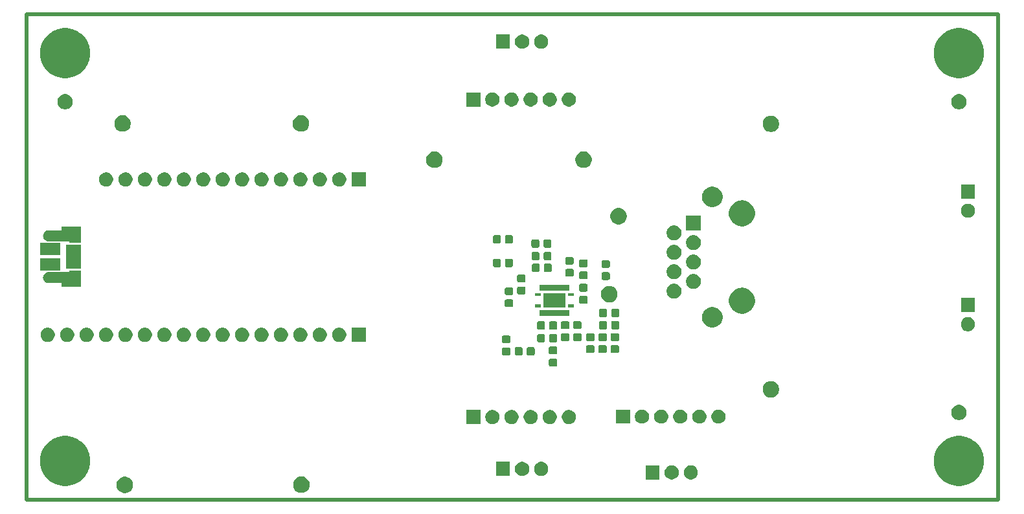
<source format=gbs>
G04 #@! TF.GenerationSoftware,KiCad,Pcbnew,(5.1.5)-3*
G04 #@! TF.CreationDate,2020-03-04T17:17:07-08:00*
G04 #@! TF.ProjectId,tail,7461696c-2e6b-4696-9361-645f70636258,rev?*
G04 #@! TF.SameCoordinates,Original*
G04 #@! TF.FileFunction,Soldermask,Bot*
G04 #@! TF.FilePolarity,Negative*
%FSLAX46Y46*%
G04 Gerber Fmt 4.6, Leading zero omitted, Abs format (unit mm)*
G04 Created by KiCad (PCBNEW (5.1.5)-3) date 2020-03-04 17:17:07*
%MOMM*%
%LPD*%
G04 APERTURE LIST*
%ADD10C,0.508000*%
%ADD11C,0.100000*%
G04 APERTURE END LIST*
D10*
X76200000Y-63500000D02*
X76200000Y-127000000D01*
X203200000Y-63500000D02*
X76200000Y-63500000D01*
X203200000Y-127000000D02*
X203200000Y-63500000D01*
X76200000Y-127000000D02*
X203200000Y-127000000D01*
D11*
G36*
X89387914Y-124025157D02*
G01*
X89583777Y-124106286D01*
X89760033Y-124224057D01*
X89909943Y-124373967D01*
X90027714Y-124550223D01*
X90108843Y-124746086D01*
X90150200Y-124954004D01*
X90150200Y-125165996D01*
X90108843Y-125373914D01*
X90027714Y-125569777D01*
X89909943Y-125746033D01*
X89760033Y-125895943D01*
X89583777Y-126013714D01*
X89387914Y-126094843D01*
X89179996Y-126136200D01*
X88968004Y-126136200D01*
X88760086Y-126094843D01*
X88564223Y-126013714D01*
X88387967Y-125895943D01*
X88238057Y-125746033D01*
X88120286Y-125569777D01*
X88039157Y-125373914D01*
X87997800Y-125165996D01*
X87997800Y-124954004D01*
X88039157Y-124746086D01*
X88120286Y-124550223D01*
X88238057Y-124373967D01*
X88387967Y-124224057D01*
X88564223Y-124106286D01*
X88760086Y-124025157D01*
X88968004Y-123983800D01*
X89179996Y-123983800D01*
X89387914Y-124025157D01*
G37*
G36*
X112467914Y-123985157D02*
G01*
X112663777Y-124066286D01*
X112840033Y-124184057D01*
X112989943Y-124333967D01*
X113107714Y-124510223D01*
X113188843Y-124706086D01*
X113230200Y-124914004D01*
X113230200Y-125125996D01*
X113188843Y-125333914D01*
X113107714Y-125529777D01*
X112989943Y-125706033D01*
X112840033Y-125855943D01*
X112663777Y-125973714D01*
X112467914Y-126054843D01*
X112259996Y-126096200D01*
X112048004Y-126096200D01*
X111840086Y-126054843D01*
X111644223Y-125973714D01*
X111467967Y-125855943D01*
X111318057Y-125706033D01*
X111200286Y-125529777D01*
X111119157Y-125333914D01*
X111077800Y-125125996D01*
X111077800Y-124914004D01*
X111119157Y-124706086D01*
X111200286Y-124510223D01*
X111318057Y-124333967D01*
X111467967Y-124184057D01*
X111644223Y-124066286D01*
X111840086Y-123985157D01*
X112048004Y-123943800D01*
X112259996Y-123943800D01*
X112467914Y-123985157D01*
G37*
G36*
X81760917Y-118675276D02*
G01*
X82235635Y-118769703D01*
X82831864Y-119016669D01*
X83187177Y-119254082D01*
X83368456Y-119375209D01*
X83824791Y-119831544D01*
X83824794Y-119831549D01*
X84183331Y-120368136D01*
X84430297Y-120964365D01*
X84556200Y-121597323D01*
X84556200Y-122242677D01*
X84430297Y-122875635D01*
X84183331Y-123471864D01*
X83945918Y-123827177D01*
X83824791Y-124008456D01*
X83368456Y-124464791D01*
X83187177Y-124585918D01*
X82831864Y-124823331D01*
X82235635Y-125070297D01*
X81760917Y-125164724D01*
X81602678Y-125196200D01*
X80957322Y-125196200D01*
X80799083Y-125164724D01*
X80324365Y-125070297D01*
X79728136Y-124823331D01*
X79372823Y-124585918D01*
X79191544Y-124464791D01*
X78735209Y-124008456D01*
X78614082Y-123827177D01*
X78376669Y-123471864D01*
X78129703Y-122875635D01*
X78003800Y-122242677D01*
X78003800Y-121597323D01*
X78129703Y-120964365D01*
X78376669Y-120368136D01*
X78735206Y-119831549D01*
X78735209Y-119831544D01*
X79191544Y-119375209D01*
X79372823Y-119254082D01*
X79728136Y-119016669D01*
X80324365Y-118769703D01*
X80799083Y-118675276D01*
X80957322Y-118643800D01*
X81602678Y-118643800D01*
X81760917Y-118675276D01*
G37*
G36*
X198600917Y-118675276D02*
G01*
X199075635Y-118769703D01*
X199671864Y-119016669D01*
X200027177Y-119254082D01*
X200208456Y-119375209D01*
X200664791Y-119831544D01*
X200664794Y-119831549D01*
X201023331Y-120368136D01*
X201270297Y-120964365D01*
X201396200Y-121597323D01*
X201396200Y-122242677D01*
X201270297Y-122875635D01*
X201023331Y-123471864D01*
X200785918Y-123827177D01*
X200664791Y-124008456D01*
X200208456Y-124464791D01*
X200027177Y-124585918D01*
X199671864Y-124823331D01*
X199075635Y-125070297D01*
X198600917Y-125164724D01*
X198442678Y-125196200D01*
X197797322Y-125196200D01*
X197639083Y-125164724D01*
X197164365Y-125070297D01*
X196568136Y-124823331D01*
X196212823Y-124585918D01*
X196031544Y-124464791D01*
X195575209Y-124008456D01*
X195454082Y-123827177D01*
X195216669Y-123471864D01*
X194969703Y-122875635D01*
X194843800Y-122242677D01*
X194843800Y-121597323D01*
X194969703Y-120964365D01*
X195216669Y-120368136D01*
X195575206Y-119831549D01*
X195575209Y-119831544D01*
X196031544Y-119375209D01*
X196212823Y-119254082D01*
X196568136Y-119016669D01*
X197164365Y-118769703D01*
X197639083Y-118675276D01*
X197797322Y-118643800D01*
X198442678Y-118643800D01*
X198600917Y-118675276D01*
G37*
G36*
X158984700Y-124345700D02*
G01*
X157132300Y-124345700D01*
X157132300Y-122493300D01*
X158984700Y-122493300D01*
X158984700Y-124345700D01*
G37*
G36*
X163167568Y-122496850D02*
G01*
X163328666Y-122528893D01*
X163497217Y-122598710D01*
X163648918Y-122700073D01*
X163777927Y-122829082D01*
X163879290Y-122980783D01*
X163949107Y-123149334D01*
X163984700Y-123328278D01*
X163984700Y-123510722D01*
X163949107Y-123689666D01*
X163879290Y-123858217D01*
X163777927Y-124009918D01*
X163648918Y-124138927D01*
X163497217Y-124240290D01*
X163328666Y-124310107D01*
X163167568Y-124342150D01*
X163149723Y-124345700D01*
X162967277Y-124345700D01*
X162949432Y-124342150D01*
X162788334Y-124310107D01*
X162619783Y-124240290D01*
X162468082Y-124138927D01*
X162339073Y-124009918D01*
X162237710Y-123858217D01*
X162167893Y-123689666D01*
X162132300Y-123510722D01*
X162132300Y-123328278D01*
X162167893Y-123149334D01*
X162237710Y-122980783D01*
X162339073Y-122829082D01*
X162468082Y-122700073D01*
X162619783Y-122598710D01*
X162788334Y-122528893D01*
X162949432Y-122496850D01*
X162967277Y-122493300D01*
X163149723Y-122493300D01*
X163167568Y-122496850D01*
G37*
G36*
X160667568Y-122496850D02*
G01*
X160828666Y-122528893D01*
X160997217Y-122598710D01*
X161148918Y-122700073D01*
X161277927Y-122829082D01*
X161379290Y-122980783D01*
X161449107Y-123149334D01*
X161484700Y-123328278D01*
X161484700Y-123510722D01*
X161449107Y-123689666D01*
X161379290Y-123858217D01*
X161277927Y-124009918D01*
X161148918Y-124138927D01*
X160997217Y-124240290D01*
X160828666Y-124310107D01*
X160667568Y-124342150D01*
X160649723Y-124345700D01*
X160467277Y-124345700D01*
X160449432Y-124342150D01*
X160288334Y-124310107D01*
X160119783Y-124240290D01*
X159968082Y-124138927D01*
X159839073Y-124009918D01*
X159737710Y-123858217D01*
X159667893Y-123689666D01*
X159632300Y-123510722D01*
X159632300Y-123328278D01*
X159667893Y-123149334D01*
X159737710Y-122980783D01*
X159839073Y-122829082D01*
X159968082Y-122700073D01*
X160119783Y-122598710D01*
X160288334Y-122528893D01*
X160449432Y-122496850D01*
X160467277Y-122493300D01*
X160649723Y-122493300D01*
X160667568Y-122496850D01*
G37*
G36*
X139426700Y-123886700D02*
G01*
X137574300Y-123886700D01*
X137574300Y-122034300D01*
X139426700Y-122034300D01*
X139426700Y-123886700D01*
G37*
G36*
X143609568Y-122037850D02*
G01*
X143770666Y-122069893D01*
X143939217Y-122139710D01*
X144090918Y-122241073D01*
X144219927Y-122370082D01*
X144321290Y-122521783D01*
X144391107Y-122690334D01*
X144426700Y-122869278D01*
X144426700Y-123051722D01*
X144391107Y-123230666D01*
X144321290Y-123399217D01*
X144219927Y-123550918D01*
X144090918Y-123679927D01*
X143939217Y-123781290D01*
X143770666Y-123851107D01*
X143609568Y-123883150D01*
X143591723Y-123886700D01*
X143409277Y-123886700D01*
X143391432Y-123883150D01*
X143230334Y-123851107D01*
X143061783Y-123781290D01*
X142910082Y-123679927D01*
X142781073Y-123550918D01*
X142679710Y-123399217D01*
X142609893Y-123230666D01*
X142574300Y-123051722D01*
X142574300Y-122869278D01*
X142609893Y-122690334D01*
X142679710Y-122521783D01*
X142781073Y-122370082D01*
X142910082Y-122241073D01*
X143061783Y-122139710D01*
X143230334Y-122069893D01*
X143391432Y-122037850D01*
X143409277Y-122034300D01*
X143591723Y-122034300D01*
X143609568Y-122037850D01*
G37*
G36*
X141109568Y-122037850D02*
G01*
X141270666Y-122069893D01*
X141439217Y-122139710D01*
X141590918Y-122241073D01*
X141719927Y-122370082D01*
X141821290Y-122521783D01*
X141891107Y-122690334D01*
X141926700Y-122869278D01*
X141926700Y-123051722D01*
X141891107Y-123230666D01*
X141821290Y-123399217D01*
X141719927Y-123550918D01*
X141590918Y-123679927D01*
X141439217Y-123781290D01*
X141270666Y-123851107D01*
X141109568Y-123883150D01*
X141091723Y-123886700D01*
X140909277Y-123886700D01*
X140891432Y-123883150D01*
X140730334Y-123851107D01*
X140561783Y-123781290D01*
X140410082Y-123679927D01*
X140281073Y-123550918D01*
X140179710Y-123399217D01*
X140109893Y-123230666D01*
X140074300Y-123051722D01*
X140074300Y-122869278D01*
X140109893Y-122690334D01*
X140179710Y-122521783D01*
X140281073Y-122370082D01*
X140410082Y-122241073D01*
X140561783Y-122139710D01*
X140730334Y-122069893D01*
X140891432Y-122037850D01*
X140909277Y-122034300D01*
X141091723Y-122034300D01*
X141109568Y-122037850D01*
G37*
G36*
X147229068Y-115243350D02*
G01*
X147390166Y-115275393D01*
X147558717Y-115345210D01*
X147710418Y-115446573D01*
X147839427Y-115575582D01*
X147940790Y-115727283D01*
X148010607Y-115895834D01*
X148046200Y-116074778D01*
X148046200Y-116257222D01*
X148010607Y-116436166D01*
X147940790Y-116604717D01*
X147839427Y-116756418D01*
X147710418Y-116885427D01*
X147558717Y-116986790D01*
X147390166Y-117056607D01*
X147229068Y-117088650D01*
X147211223Y-117092200D01*
X147028777Y-117092200D01*
X147010932Y-117088650D01*
X146849834Y-117056607D01*
X146681283Y-116986790D01*
X146529582Y-116885427D01*
X146400573Y-116756418D01*
X146299210Y-116604717D01*
X146229393Y-116436166D01*
X146193800Y-116257222D01*
X146193800Y-116074778D01*
X146229393Y-115895834D01*
X146299210Y-115727283D01*
X146400573Y-115575582D01*
X146529582Y-115446573D01*
X146681283Y-115345210D01*
X146849834Y-115275393D01*
X147010932Y-115243350D01*
X147028777Y-115239800D01*
X147211223Y-115239800D01*
X147229068Y-115243350D01*
G37*
G36*
X137229068Y-115243350D02*
G01*
X137390166Y-115275393D01*
X137558717Y-115345210D01*
X137710418Y-115446573D01*
X137839427Y-115575582D01*
X137940790Y-115727283D01*
X138010607Y-115895834D01*
X138046200Y-116074778D01*
X138046200Y-116257222D01*
X138010607Y-116436166D01*
X137940790Y-116604717D01*
X137839427Y-116756418D01*
X137710418Y-116885427D01*
X137558717Y-116986790D01*
X137390166Y-117056607D01*
X137229068Y-117088650D01*
X137211223Y-117092200D01*
X137028777Y-117092200D01*
X137010932Y-117088650D01*
X136849834Y-117056607D01*
X136681283Y-116986790D01*
X136529582Y-116885427D01*
X136400573Y-116756418D01*
X136299210Y-116604717D01*
X136229393Y-116436166D01*
X136193800Y-116257222D01*
X136193800Y-116074778D01*
X136229393Y-115895834D01*
X136299210Y-115727283D01*
X136400573Y-115575582D01*
X136529582Y-115446573D01*
X136681283Y-115345210D01*
X136849834Y-115275393D01*
X137010932Y-115243350D01*
X137028777Y-115239800D01*
X137211223Y-115239800D01*
X137229068Y-115243350D01*
G37*
G36*
X142229068Y-115243350D02*
G01*
X142390166Y-115275393D01*
X142558717Y-115345210D01*
X142710418Y-115446573D01*
X142839427Y-115575582D01*
X142940790Y-115727283D01*
X143010607Y-115895834D01*
X143046200Y-116074778D01*
X143046200Y-116257222D01*
X143010607Y-116436166D01*
X142940790Y-116604717D01*
X142839427Y-116756418D01*
X142710418Y-116885427D01*
X142558717Y-116986790D01*
X142390166Y-117056607D01*
X142229068Y-117088650D01*
X142211223Y-117092200D01*
X142028777Y-117092200D01*
X142010932Y-117088650D01*
X141849834Y-117056607D01*
X141681283Y-116986790D01*
X141529582Y-116885427D01*
X141400573Y-116756418D01*
X141299210Y-116604717D01*
X141229393Y-116436166D01*
X141193800Y-116257222D01*
X141193800Y-116074778D01*
X141229393Y-115895834D01*
X141299210Y-115727283D01*
X141400573Y-115575582D01*
X141529582Y-115446573D01*
X141681283Y-115345210D01*
X141849834Y-115275393D01*
X142010932Y-115243350D01*
X142028777Y-115239800D01*
X142211223Y-115239800D01*
X142229068Y-115243350D01*
G37*
G36*
X135546200Y-117092200D02*
G01*
X133693800Y-117092200D01*
X133693800Y-115239800D01*
X135546200Y-115239800D01*
X135546200Y-117092200D01*
G37*
G36*
X144729068Y-115243350D02*
G01*
X144890166Y-115275393D01*
X145058717Y-115345210D01*
X145210418Y-115446573D01*
X145339427Y-115575582D01*
X145440790Y-115727283D01*
X145510607Y-115895834D01*
X145546200Y-116074778D01*
X145546200Y-116257222D01*
X145510607Y-116436166D01*
X145440790Y-116604717D01*
X145339427Y-116756418D01*
X145210418Y-116885427D01*
X145058717Y-116986790D01*
X144890166Y-117056607D01*
X144729068Y-117088650D01*
X144711223Y-117092200D01*
X144528777Y-117092200D01*
X144510932Y-117088650D01*
X144349834Y-117056607D01*
X144181283Y-116986790D01*
X144029582Y-116885427D01*
X143900573Y-116756418D01*
X143799210Y-116604717D01*
X143729393Y-116436166D01*
X143693800Y-116257222D01*
X143693800Y-116074778D01*
X143729393Y-115895834D01*
X143799210Y-115727283D01*
X143900573Y-115575582D01*
X144029582Y-115446573D01*
X144181283Y-115345210D01*
X144349834Y-115275393D01*
X144510932Y-115243350D01*
X144528777Y-115239800D01*
X144711223Y-115239800D01*
X144729068Y-115243350D01*
G37*
G36*
X139729068Y-115243350D02*
G01*
X139890166Y-115275393D01*
X140058717Y-115345210D01*
X140210418Y-115446573D01*
X140339427Y-115575582D01*
X140440790Y-115727283D01*
X140510607Y-115895834D01*
X140546200Y-116074778D01*
X140546200Y-116257222D01*
X140510607Y-116436166D01*
X140440790Y-116604717D01*
X140339427Y-116756418D01*
X140210418Y-116885427D01*
X140058717Y-116986790D01*
X139890166Y-117056607D01*
X139729068Y-117088650D01*
X139711223Y-117092200D01*
X139528777Y-117092200D01*
X139510932Y-117088650D01*
X139349834Y-117056607D01*
X139181283Y-116986790D01*
X139029582Y-116885427D01*
X138900573Y-116756418D01*
X138799210Y-116604717D01*
X138729393Y-116436166D01*
X138693800Y-116257222D01*
X138693800Y-116074778D01*
X138729393Y-115895834D01*
X138799210Y-115727283D01*
X138900573Y-115575582D01*
X139029582Y-115446573D01*
X139181283Y-115345210D01*
X139349834Y-115275393D01*
X139510932Y-115243350D01*
X139528777Y-115239800D01*
X139711223Y-115239800D01*
X139729068Y-115243350D01*
G37*
G36*
X156787068Y-115194350D02*
G01*
X156948166Y-115226393D01*
X157116717Y-115296210D01*
X157268418Y-115397573D01*
X157397427Y-115526582D01*
X157498790Y-115678283D01*
X157568607Y-115846834D01*
X157604200Y-116025778D01*
X157604200Y-116208222D01*
X157568607Y-116387166D01*
X157498790Y-116555717D01*
X157397427Y-116707418D01*
X157268418Y-116836427D01*
X157116717Y-116937790D01*
X156948166Y-117007607D01*
X156787068Y-117039650D01*
X156769223Y-117043200D01*
X156586777Y-117043200D01*
X156568932Y-117039650D01*
X156407834Y-117007607D01*
X156239283Y-116937790D01*
X156087582Y-116836427D01*
X155958573Y-116707418D01*
X155857210Y-116555717D01*
X155787393Y-116387166D01*
X155751800Y-116208222D01*
X155751800Y-116025778D01*
X155787393Y-115846834D01*
X155857210Y-115678283D01*
X155958573Y-115526582D01*
X156087582Y-115397573D01*
X156239283Y-115296210D01*
X156407834Y-115226393D01*
X156568932Y-115194350D01*
X156586777Y-115190800D01*
X156769223Y-115190800D01*
X156787068Y-115194350D01*
G37*
G36*
X166787068Y-115194350D02*
G01*
X166948166Y-115226393D01*
X167116717Y-115296210D01*
X167268418Y-115397573D01*
X167397427Y-115526582D01*
X167498790Y-115678283D01*
X167568607Y-115846834D01*
X167604200Y-116025778D01*
X167604200Y-116208222D01*
X167568607Y-116387166D01*
X167498790Y-116555717D01*
X167397427Y-116707418D01*
X167268418Y-116836427D01*
X167116717Y-116937790D01*
X166948166Y-117007607D01*
X166787068Y-117039650D01*
X166769223Y-117043200D01*
X166586777Y-117043200D01*
X166568932Y-117039650D01*
X166407834Y-117007607D01*
X166239283Y-116937790D01*
X166087582Y-116836427D01*
X165958573Y-116707418D01*
X165857210Y-116555717D01*
X165787393Y-116387166D01*
X165751800Y-116208222D01*
X165751800Y-116025778D01*
X165787393Y-115846834D01*
X165857210Y-115678283D01*
X165958573Y-115526582D01*
X166087582Y-115397573D01*
X166239283Y-115296210D01*
X166407834Y-115226393D01*
X166568932Y-115194350D01*
X166586777Y-115190800D01*
X166769223Y-115190800D01*
X166787068Y-115194350D01*
G37*
G36*
X161787068Y-115194350D02*
G01*
X161948166Y-115226393D01*
X162116717Y-115296210D01*
X162268418Y-115397573D01*
X162397427Y-115526582D01*
X162498790Y-115678283D01*
X162568607Y-115846834D01*
X162604200Y-116025778D01*
X162604200Y-116208222D01*
X162568607Y-116387166D01*
X162498790Y-116555717D01*
X162397427Y-116707418D01*
X162268418Y-116836427D01*
X162116717Y-116937790D01*
X161948166Y-117007607D01*
X161787068Y-117039650D01*
X161769223Y-117043200D01*
X161586777Y-117043200D01*
X161568932Y-117039650D01*
X161407834Y-117007607D01*
X161239283Y-116937790D01*
X161087582Y-116836427D01*
X160958573Y-116707418D01*
X160857210Y-116555717D01*
X160787393Y-116387166D01*
X160751800Y-116208222D01*
X160751800Y-116025778D01*
X160787393Y-115846834D01*
X160857210Y-115678283D01*
X160958573Y-115526582D01*
X161087582Y-115397573D01*
X161239283Y-115296210D01*
X161407834Y-115226393D01*
X161568932Y-115194350D01*
X161586777Y-115190800D01*
X161769223Y-115190800D01*
X161787068Y-115194350D01*
G37*
G36*
X159287068Y-115194350D02*
G01*
X159448166Y-115226393D01*
X159616717Y-115296210D01*
X159768418Y-115397573D01*
X159897427Y-115526582D01*
X159998790Y-115678283D01*
X160068607Y-115846834D01*
X160104200Y-116025778D01*
X160104200Y-116208222D01*
X160068607Y-116387166D01*
X159998790Y-116555717D01*
X159897427Y-116707418D01*
X159768418Y-116836427D01*
X159616717Y-116937790D01*
X159448166Y-117007607D01*
X159287068Y-117039650D01*
X159269223Y-117043200D01*
X159086777Y-117043200D01*
X159068932Y-117039650D01*
X158907834Y-117007607D01*
X158739283Y-116937790D01*
X158587582Y-116836427D01*
X158458573Y-116707418D01*
X158357210Y-116555717D01*
X158287393Y-116387166D01*
X158251800Y-116208222D01*
X158251800Y-116025778D01*
X158287393Y-115846834D01*
X158357210Y-115678283D01*
X158458573Y-115526582D01*
X158587582Y-115397573D01*
X158739283Y-115296210D01*
X158907834Y-115226393D01*
X159068932Y-115194350D01*
X159086777Y-115190800D01*
X159269223Y-115190800D01*
X159287068Y-115194350D01*
G37*
G36*
X155104200Y-117043200D02*
G01*
X153251800Y-117043200D01*
X153251800Y-115190800D01*
X155104200Y-115190800D01*
X155104200Y-117043200D01*
G37*
G36*
X164287068Y-115194350D02*
G01*
X164448166Y-115226393D01*
X164616717Y-115296210D01*
X164768418Y-115397573D01*
X164897427Y-115526582D01*
X164998790Y-115678283D01*
X165068607Y-115846834D01*
X165104200Y-116025778D01*
X165104200Y-116208222D01*
X165068607Y-116387166D01*
X164998790Y-116555717D01*
X164897427Y-116707418D01*
X164768418Y-116836427D01*
X164616717Y-116937790D01*
X164448166Y-117007607D01*
X164287068Y-117039650D01*
X164269223Y-117043200D01*
X164086777Y-117043200D01*
X164068932Y-117039650D01*
X163907834Y-117007607D01*
X163739283Y-116937790D01*
X163587582Y-116836427D01*
X163458573Y-116707418D01*
X163357210Y-116555717D01*
X163287393Y-116387166D01*
X163251800Y-116208222D01*
X163251800Y-116025778D01*
X163287393Y-115846834D01*
X163357210Y-115678283D01*
X163458573Y-115526582D01*
X163587582Y-115397573D01*
X163739283Y-115296210D01*
X163907834Y-115226393D01*
X164068932Y-115194350D01*
X164086777Y-115190800D01*
X164269223Y-115190800D01*
X164287068Y-115194350D01*
G37*
G36*
X198411692Y-114608429D02*
G01*
X198593679Y-114683811D01*
X198757458Y-114793245D01*
X198757460Y-114793247D01*
X198757463Y-114793249D01*
X198896751Y-114932537D01*
X198896753Y-114932540D01*
X198896755Y-114932542D01*
X199006189Y-115096321D01*
X199081571Y-115278308D01*
X199120000Y-115471509D01*
X199120000Y-115668491D01*
X199081571Y-115861692D01*
X199006189Y-116043679D01*
X198896755Y-116207458D01*
X198896753Y-116207460D01*
X198896751Y-116207463D01*
X198757463Y-116346751D01*
X198757460Y-116346753D01*
X198757458Y-116346755D01*
X198593679Y-116456189D01*
X198411692Y-116531571D01*
X198218491Y-116570000D01*
X198021509Y-116570000D01*
X197828308Y-116531571D01*
X197646321Y-116456189D01*
X197482542Y-116346755D01*
X197482540Y-116346753D01*
X197482537Y-116346751D01*
X197343249Y-116207463D01*
X197343247Y-116207460D01*
X197343245Y-116207458D01*
X197233811Y-116043679D01*
X197158429Y-115861692D01*
X197120000Y-115668491D01*
X197120000Y-115471509D01*
X197158429Y-115278308D01*
X197233811Y-115096321D01*
X197343245Y-114932542D01*
X197343247Y-114932540D01*
X197343249Y-114932537D01*
X197482537Y-114793249D01*
X197482540Y-114793247D01*
X197482542Y-114793245D01*
X197646321Y-114683811D01*
X197828308Y-114608429D01*
X198021509Y-114570000D01*
X198218491Y-114570000D01*
X198411692Y-114608429D01*
G37*
G36*
X173847914Y-111507157D02*
G01*
X174043777Y-111588286D01*
X174220033Y-111706057D01*
X174369943Y-111855967D01*
X174487714Y-112032223D01*
X174568843Y-112228086D01*
X174610200Y-112436004D01*
X174610200Y-112647996D01*
X174568843Y-112855914D01*
X174487714Y-113051777D01*
X174369943Y-113228033D01*
X174220033Y-113377943D01*
X174043777Y-113495714D01*
X173847914Y-113576843D01*
X173639996Y-113618200D01*
X173428004Y-113618200D01*
X173220086Y-113576843D01*
X173024223Y-113495714D01*
X172847967Y-113377943D01*
X172698057Y-113228033D01*
X172580286Y-113051777D01*
X172499157Y-112855914D01*
X172457800Y-112647996D01*
X172457800Y-112436004D01*
X172499157Y-112228086D01*
X172580286Y-112032223D01*
X172698057Y-111855967D01*
X172847967Y-111706057D01*
X173024223Y-111588286D01*
X173220086Y-111507157D01*
X173428004Y-111465800D01*
X173639996Y-111465800D01*
X173847914Y-111507157D01*
G37*
G36*
X145419952Y-108528426D02*
G01*
X145462124Y-108541218D01*
X145500988Y-108561992D01*
X145535052Y-108589948D01*
X145563008Y-108624012D01*
X145583782Y-108662876D01*
X145596574Y-108705048D01*
X145601200Y-108752017D01*
X145601200Y-109322983D01*
X145596574Y-109369952D01*
X145583782Y-109412124D01*
X145563008Y-109450988D01*
X145535052Y-109485052D01*
X145500988Y-109513008D01*
X145462124Y-109533782D01*
X145419952Y-109546574D01*
X145372983Y-109551200D01*
X144727017Y-109551200D01*
X144680048Y-109546574D01*
X144637876Y-109533782D01*
X144599012Y-109513008D01*
X144564948Y-109485052D01*
X144536992Y-109450988D01*
X144516218Y-109412124D01*
X144503426Y-109369952D01*
X144498800Y-109322983D01*
X144498800Y-108752017D01*
X144503426Y-108705048D01*
X144516218Y-108662876D01*
X144536992Y-108624012D01*
X144564948Y-108589948D01*
X144599012Y-108561992D01*
X144637876Y-108541218D01*
X144680048Y-108528426D01*
X144727017Y-108523800D01*
X145372983Y-108523800D01*
X145419952Y-108528426D01*
G37*
G36*
X140894952Y-107028426D02*
G01*
X140937124Y-107041218D01*
X140975988Y-107061992D01*
X141010052Y-107089948D01*
X141038008Y-107124012D01*
X141058782Y-107162876D01*
X141071574Y-107205048D01*
X141076200Y-107252017D01*
X141076200Y-107897983D01*
X141071574Y-107944952D01*
X141058782Y-107987124D01*
X141038008Y-108025988D01*
X141010052Y-108060052D01*
X140975988Y-108088008D01*
X140937124Y-108108782D01*
X140894952Y-108121574D01*
X140847983Y-108126200D01*
X140277017Y-108126200D01*
X140230048Y-108121574D01*
X140187876Y-108108782D01*
X140149012Y-108088008D01*
X140114948Y-108060052D01*
X140086992Y-108025988D01*
X140066218Y-107987124D01*
X140053426Y-107944952D01*
X140048800Y-107897983D01*
X140048800Y-107252017D01*
X140053426Y-107205048D01*
X140066218Y-107162876D01*
X140086992Y-107124012D01*
X140114948Y-107089948D01*
X140149012Y-107061992D01*
X140187876Y-107041218D01*
X140230048Y-107028426D01*
X140277017Y-107023800D01*
X140847983Y-107023800D01*
X140894952Y-107028426D01*
G37*
G36*
X142469952Y-107028426D02*
G01*
X142512124Y-107041218D01*
X142550988Y-107061992D01*
X142585052Y-107089948D01*
X142613008Y-107124012D01*
X142633782Y-107162876D01*
X142646574Y-107205048D01*
X142651200Y-107252017D01*
X142651200Y-107897983D01*
X142646574Y-107944952D01*
X142633782Y-107987124D01*
X142613008Y-108025988D01*
X142585052Y-108060052D01*
X142550988Y-108088008D01*
X142512124Y-108108782D01*
X142469952Y-108121574D01*
X142422983Y-108126200D01*
X141852017Y-108126200D01*
X141805048Y-108121574D01*
X141762876Y-108108782D01*
X141724012Y-108088008D01*
X141689948Y-108060052D01*
X141661992Y-108025988D01*
X141641218Y-107987124D01*
X141628426Y-107944952D01*
X141623800Y-107897983D01*
X141623800Y-107252017D01*
X141628426Y-107205048D01*
X141641218Y-107162876D01*
X141661992Y-107124012D01*
X141689948Y-107089948D01*
X141724012Y-107061992D01*
X141762876Y-107041218D01*
X141805048Y-107028426D01*
X141852017Y-107023800D01*
X142422983Y-107023800D01*
X142469952Y-107028426D01*
G37*
G36*
X139294952Y-107078426D02*
G01*
X139337124Y-107091218D01*
X139375988Y-107111992D01*
X139410052Y-107139948D01*
X139438008Y-107174012D01*
X139458782Y-107212876D01*
X139471574Y-107255048D01*
X139476200Y-107302017D01*
X139476200Y-107872983D01*
X139471574Y-107919952D01*
X139458782Y-107962124D01*
X139438008Y-108000988D01*
X139410052Y-108035052D01*
X139375988Y-108063008D01*
X139337124Y-108083782D01*
X139294952Y-108096574D01*
X139247983Y-108101200D01*
X138602017Y-108101200D01*
X138555048Y-108096574D01*
X138512876Y-108083782D01*
X138474012Y-108063008D01*
X138439948Y-108035052D01*
X138411992Y-108000988D01*
X138391218Y-107962124D01*
X138378426Y-107919952D01*
X138373800Y-107872983D01*
X138373800Y-107302017D01*
X138378426Y-107255048D01*
X138391218Y-107212876D01*
X138411992Y-107174012D01*
X138439948Y-107139948D01*
X138474012Y-107111992D01*
X138512876Y-107091218D01*
X138555048Y-107078426D01*
X138602017Y-107073800D01*
X139247983Y-107073800D01*
X139294952Y-107078426D01*
G37*
G36*
X145419952Y-106953426D02*
G01*
X145462124Y-106966218D01*
X145500988Y-106986992D01*
X145535052Y-107014948D01*
X145563008Y-107049012D01*
X145583782Y-107087876D01*
X145596574Y-107130048D01*
X145601200Y-107177017D01*
X145601200Y-107747983D01*
X145596574Y-107794952D01*
X145583782Y-107837124D01*
X145563008Y-107875988D01*
X145535052Y-107910052D01*
X145500988Y-107938008D01*
X145462124Y-107958782D01*
X145419952Y-107971574D01*
X145372983Y-107976200D01*
X144727017Y-107976200D01*
X144680048Y-107971574D01*
X144637876Y-107958782D01*
X144599012Y-107938008D01*
X144564948Y-107910052D01*
X144536992Y-107875988D01*
X144516218Y-107837124D01*
X144503426Y-107794952D01*
X144498800Y-107747983D01*
X144498800Y-107177017D01*
X144503426Y-107130048D01*
X144516218Y-107087876D01*
X144536992Y-107049012D01*
X144564948Y-107014948D01*
X144599012Y-106986992D01*
X144637876Y-106966218D01*
X144680048Y-106953426D01*
X144727017Y-106948800D01*
X145372983Y-106948800D01*
X145419952Y-106953426D01*
G37*
G36*
X150294952Y-106778426D02*
G01*
X150337124Y-106791218D01*
X150375988Y-106811992D01*
X150410052Y-106839948D01*
X150438008Y-106874012D01*
X150458782Y-106912876D01*
X150471574Y-106955048D01*
X150476200Y-107002017D01*
X150476200Y-107572983D01*
X150471574Y-107619952D01*
X150458782Y-107662124D01*
X150438008Y-107700988D01*
X150410052Y-107735052D01*
X150375988Y-107763008D01*
X150337124Y-107783782D01*
X150294952Y-107796574D01*
X150247983Y-107801200D01*
X149602017Y-107801200D01*
X149555048Y-107796574D01*
X149512876Y-107783782D01*
X149474012Y-107763008D01*
X149439948Y-107735052D01*
X149411992Y-107700988D01*
X149391218Y-107662124D01*
X149378426Y-107619952D01*
X149373800Y-107572983D01*
X149373800Y-107002017D01*
X149378426Y-106955048D01*
X149391218Y-106912876D01*
X149411992Y-106874012D01*
X149439948Y-106839948D01*
X149474012Y-106811992D01*
X149512876Y-106791218D01*
X149555048Y-106778426D01*
X149602017Y-106773800D01*
X150247983Y-106773800D01*
X150294952Y-106778426D01*
G37*
G36*
X151894952Y-106778426D02*
G01*
X151937124Y-106791218D01*
X151975988Y-106811992D01*
X152010052Y-106839948D01*
X152038008Y-106874012D01*
X152058782Y-106912876D01*
X152071574Y-106955048D01*
X152076200Y-107002017D01*
X152076200Y-107572983D01*
X152071574Y-107619952D01*
X152058782Y-107662124D01*
X152038008Y-107700988D01*
X152010052Y-107735052D01*
X151975988Y-107763008D01*
X151937124Y-107783782D01*
X151894952Y-107796574D01*
X151847983Y-107801200D01*
X151202017Y-107801200D01*
X151155048Y-107796574D01*
X151112876Y-107783782D01*
X151074012Y-107763008D01*
X151039948Y-107735052D01*
X151011992Y-107700988D01*
X150991218Y-107662124D01*
X150978426Y-107619952D01*
X150973800Y-107572983D01*
X150973800Y-107002017D01*
X150978426Y-106955048D01*
X150991218Y-106912876D01*
X151011992Y-106874012D01*
X151039948Y-106839948D01*
X151074012Y-106811992D01*
X151112876Y-106791218D01*
X151155048Y-106778426D01*
X151202017Y-106773800D01*
X151847983Y-106773800D01*
X151894952Y-106778426D01*
G37*
G36*
X153494952Y-106778426D02*
G01*
X153537124Y-106791218D01*
X153575988Y-106811992D01*
X153610052Y-106839948D01*
X153638008Y-106874012D01*
X153658782Y-106912876D01*
X153671574Y-106955048D01*
X153676200Y-107002017D01*
X153676200Y-107572983D01*
X153671574Y-107619952D01*
X153658782Y-107662124D01*
X153638008Y-107700988D01*
X153610052Y-107735052D01*
X153575988Y-107763008D01*
X153537124Y-107783782D01*
X153494952Y-107796574D01*
X153447983Y-107801200D01*
X152802017Y-107801200D01*
X152755048Y-107796574D01*
X152712876Y-107783782D01*
X152674012Y-107763008D01*
X152639948Y-107735052D01*
X152611992Y-107700988D01*
X152591218Y-107662124D01*
X152578426Y-107619952D01*
X152573800Y-107572983D01*
X152573800Y-107002017D01*
X152578426Y-106955048D01*
X152591218Y-106912876D01*
X152611992Y-106874012D01*
X152639948Y-106839948D01*
X152674012Y-106811992D01*
X152712876Y-106791218D01*
X152755048Y-106778426D01*
X152802017Y-106773800D01*
X153447983Y-106773800D01*
X153494952Y-106778426D01*
G37*
G36*
X139294952Y-105503426D02*
G01*
X139337124Y-105516218D01*
X139375988Y-105536992D01*
X139410052Y-105564948D01*
X139438008Y-105599012D01*
X139458782Y-105637876D01*
X139471574Y-105680048D01*
X139476200Y-105727017D01*
X139476200Y-106297983D01*
X139471574Y-106344952D01*
X139458782Y-106387124D01*
X139438008Y-106425988D01*
X139410052Y-106460052D01*
X139375988Y-106488008D01*
X139337124Y-106508782D01*
X139294952Y-106521574D01*
X139247983Y-106526200D01*
X138602017Y-106526200D01*
X138555048Y-106521574D01*
X138512876Y-106508782D01*
X138474012Y-106488008D01*
X138439948Y-106460052D01*
X138411992Y-106425988D01*
X138391218Y-106387124D01*
X138378426Y-106344952D01*
X138373800Y-106297983D01*
X138373800Y-105727017D01*
X138378426Y-105680048D01*
X138391218Y-105637876D01*
X138411992Y-105599012D01*
X138439948Y-105564948D01*
X138474012Y-105536992D01*
X138512876Y-105516218D01*
X138555048Y-105503426D01*
X138602017Y-105498800D01*
X139247983Y-105498800D01*
X139294952Y-105503426D01*
G37*
G36*
X145394952Y-105303426D02*
G01*
X145437124Y-105316218D01*
X145475988Y-105336992D01*
X145510052Y-105364948D01*
X145538008Y-105399012D01*
X145558782Y-105437876D01*
X145571574Y-105480048D01*
X145576200Y-105527017D01*
X145576200Y-106172983D01*
X145571574Y-106219952D01*
X145558782Y-106262124D01*
X145538008Y-106300988D01*
X145510052Y-106335052D01*
X145475988Y-106363008D01*
X145437124Y-106383782D01*
X145394952Y-106396574D01*
X145347983Y-106401200D01*
X144777017Y-106401200D01*
X144730048Y-106396574D01*
X144687876Y-106383782D01*
X144649012Y-106363008D01*
X144614948Y-106335052D01*
X144586992Y-106300988D01*
X144566218Y-106262124D01*
X144553426Y-106219952D01*
X144548800Y-106172983D01*
X144548800Y-105527017D01*
X144553426Y-105480048D01*
X144566218Y-105437876D01*
X144586992Y-105399012D01*
X144614948Y-105364948D01*
X144649012Y-105336992D01*
X144687876Y-105316218D01*
X144730048Y-105303426D01*
X144777017Y-105298800D01*
X145347983Y-105298800D01*
X145394952Y-105303426D01*
G37*
G36*
X143819952Y-105303426D02*
G01*
X143862124Y-105316218D01*
X143900988Y-105336992D01*
X143935052Y-105364948D01*
X143963008Y-105399012D01*
X143983782Y-105437876D01*
X143996574Y-105480048D01*
X144001200Y-105527017D01*
X144001200Y-106172983D01*
X143996574Y-106219952D01*
X143983782Y-106262124D01*
X143963008Y-106300988D01*
X143935052Y-106335052D01*
X143900988Y-106363008D01*
X143862124Y-106383782D01*
X143819952Y-106396574D01*
X143772983Y-106401200D01*
X143202017Y-106401200D01*
X143155048Y-106396574D01*
X143112876Y-106383782D01*
X143074012Y-106363008D01*
X143039948Y-106335052D01*
X143011992Y-106300988D01*
X142991218Y-106262124D01*
X142978426Y-106219952D01*
X142973800Y-106172983D01*
X142973800Y-105527017D01*
X142978426Y-105480048D01*
X142991218Y-105437876D01*
X143011992Y-105399012D01*
X143039948Y-105364948D01*
X143074012Y-105336992D01*
X143112876Y-105316218D01*
X143155048Y-105303426D01*
X143202017Y-105298800D01*
X143772983Y-105298800D01*
X143819952Y-105303426D01*
G37*
G36*
X117203068Y-104487350D02*
G01*
X117364166Y-104519393D01*
X117532717Y-104589210D01*
X117684418Y-104690573D01*
X117813427Y-104819582D01*
X117914790Y-104971283D01*
X117984607Y-105139834D01*
X118020200Y-105318778D01*
X118020200Y-105501222D01*
X117984607Y-105680166D01*
X117914790Y-105848717D01*
X117813427Y-106000418D01*
X117684418Y-106129427D01*
X117532717Y-106230790D01*
X117364166Y-106300607D01*
X117203068Y-106332650D01*
X117185223Y-106336200D01*
X117002777Y-106336200D01*
X116984932Y-106332650D01*
X116823834Y-106300607D01*
X116655283Y-106230790D01*
X116503582Y-106129427D01*
X116374573Y-106000418D01*
X116273210Y-105848717D01*
X116203393Y-105680166D01*
X116167800Y-105501222D01*
X116167800Y-105318778D01*
X116203393Y-105139834D01*
X116273210Y-104971283D01*
X116374573Y-104819582D01*
X116503582Y-104690573D01*
X116655283Y-104589210D01*
X116823834Y-104519393D01*
X116984932Y-104487350D01*
X117002777Y-104483800D01*
X117185223Y-104483800D01*
X117203068Y-104487350D01*
G37*
G36*
X114663068Y-104487350D02*
G01*
X114824166Y-104519393D01*
X114992717Y-104589210D01*
X115144418Y-104690573D01*
X115273427Y-104819582D01*
X115374790Y-104971283D01*
X115444607Y-105139834D01*
X115480200Y-105318778D01*
X115480200Y-105501222D01*
X115444607Y-105680166D01*
X115374790Y-105848717D01*
X115273427Y-106000418D01*
X115144418Y-106129427D01*
X114992717Y-106230790D01*
X114824166Y-106300607D01*
X114663068Y-106332650D01*
X114645223Y-106336200D01*
X114462777Y-106336200D01*
X114444932Y-106332650D01*
X114283834Y-106300607D01*
X114115283Y-106230790D01*
X113963582Y-106129427D01*
X113834573Y-106000418D01*
X113733210Y-105848717D01*
X113663393Y-105680166D01*
X113627800Y-105501222D01*
X113627800Y-105318778D01*
X113663393Y-105139834D01*
X113733210Y-104971283D01*
X113834573Y-104819582D01*
X113963582Y-104690573D01*
X114115283Y-104589210D01*
X114283834Y-104519393D01*
X114444932Y-104487350D01*
X114462777Y-104483800D01*
X114645223Y-104483800D01*
X114663068Y-104487350D01*
G37*
G36*
X120560200Y-106336200D02*
G01*
X118707800Y-106336200D01*
X118707800Y-104483800D01*
X120560200Y-104483800D01*
X120560200Y-106336200D01*
G37*
G36*
X109583068Y-104487350D02*
G01*
X109744166Y-104519393D01*
X109912717Y-104589210D01*
X110064418Y-104690573D01*
X110193427Y-104819582D01*
X110294790Y-104971283D01*
X110364607Y-105139834D01*
X110400200Y-105318778D01*
X110400200Y-105501222D01*
X110364607Y-105680166D01*
X110294790Y-105848717D01*
X110193427Y-106000418D01*
X110064418Y-106129427D01*
X109912717Y-106230790D01*
X109744166Y-106300607D01*
X109583068Y-106332650D01*
X109565223Y-106336200D01*
X109382777Y-106336200D01*
X109364932Y-106332650D01*
X109203834Y-106300607D01*
X109035283Y-106230790D01*
X108883582Y-106129427D01*
X108754573Y-106000418D01*
X108653210Y-105848717D01*
X108583393Y-105680166D01*
X108547800Y-105501222D01*
X108547800Y-105318778D01*
X108583393Y-105139834D01*
X108653210Y-104971283D01*
X108754573Y-104819582D01*
X108883582Y-104690573D01*
X109035283Y-104589210D01*
X109203834Y-104519393D01*
X109364932Y-104487350D01*
X109382777Y-104483800D01*
X109565223Y-104483800D01*
X109583068Y-104487350D01*
G37*
G36*
X89263068Y-104487350D02*
G01*
X89424166Y-104519393D01*
X89592717Y-104589210D01*
X89744418Y-104690573D01*
X89873427Y-104819582D01*
X89974790Y-104971283D01*
X90044607Y-105139834D01*
X90080200Y-105318778D01*
X90080200Y-105501222D01*
X90044607Y-105680166D01*
X89974790Y-105848717D01*
X89873427Y-106000418D01*
X89744418Y-106129427D01*
X89592717Y-106230790D01*
X89424166Y-106300607D01*
X89263068Y-106332650D01*
X89245223Y-106336200D01*
X89062777Y-106336200D01*
X89044932Y-106332650D01*
X88883834Y-106300607D01*
X88715283Y-106230790D01*
X88563582Y-106129427D01*
X88434573Y-106000418D01*
X88333210Y-105848717D01*
X88263393Y-105680166D01*
X88227800Y-105501222D01*
X88227800Y-105318778D01*
X88263393Y-105139834D01*
X88333210Y-104971283D01*
X88434573Y-104819582D01*
X88563582Y-104690573D01*
X88715283Y-104589210D01*
X88883834Y-104519393D01*
X89044932Y-104487350D01*
X89062777Y-104483800D01*
X89245223Y-104483800D01*
X89263068Y-104487350D01*
G37*
G36*
X107043068Y-104487350D02*
G01*
X107204166Y-104519393D01*
X107372717Y-104589210D01*
X107524418Y-104690573D01*
X107653427Y-104819582D01*
X107754790Y-104971283D01*
X107824607Y-105139834D01*
X107860200Y-105318778D01*
X107860200Y-105501222D01*
X107824607Y-105680166D01*
X107754790Y-105848717D01*
X107653427Y-106000418D01*
X107524418Y-106129427D01*
X107372717Y-106230790D01*
X107204166Y-106300607D01*
X107043068Y-106332650D01*
X107025223Y-106336200D01*
X106842777Y-106336200D01*
X106824932Y-106332650D01*
X106663834Y-106300607D01*
X106495283Y-106230790D01*
X106343582Y-106129427D01*
X106214573Y-106000418D01*
X106113210Y-105848717D01*
X106043393Y-105680166D01*
X106007800Y-105501222D01*
X106007800Y-105318778D01*
X106043393Y-105139834D01*
X106113210Y-104971283D01*
X106214573Y-104819582D01*
X106343582Y-104690573D01*
X106495283Y-104589210D01*
X106663834Y-104519393D01*
X106824932Y-104487350D01*
X106842777Y-104483800D01*
X107025223Y-104483800D01*
X107043068Y-104487350D01*
G37*
G36*
X104503068Y-104487350D02*
G01*
X104664166Y-104519393D01*
X104832717Y-104589210D01*
X104984418Y-104690573D01*
X105113427Y-104819582D01*
X105214790Y-104971283D01*
X105284607Y-105139834D01*
X105320200Y-105318778D01*
X105320200Y-105501222D01*
X105284607Y-105680166D01*
X105214790Y-105848717D01*
X105113427Y-106000418D01*
X104984418Y-106129427D01*
X104832717Y-106230790D01*
X104664166Y-106300607D01*
X104503068Y-106332650D01*
X104485223Y-106336200D01*
X104302777Y-106336200D01*
X104284932Y-106332650D01*
X104123834Y-106300607D01*
X103955283Y-106230790D01*
X103803582Y-106129427D01*
X103674573Y-106000418D01*
X103573210Y-105848717D01*
X103503393Y-105680166D01*
X103467800Y-105501222D01*
X103467800Y-105318778D01*
X103503393Y-105139834D01*
X103573210Y-104971283D01*
X103674573Y-104819582D01*
X103803582Y-104690573D01*
X103955283Y-104589210D01*
X104123834Y-104519393D01*
X104284932Y-104487350D01*
X104302777Y-104483800D01*
X104485223Y-104483800D01*
X104503068Y-104487350D01*
G37*
G36*
X101963068Y-104487350D02*
G01*
X102124166Y-104519393D01*
X102292717Y-104589210D01*
X102444418Y-104690573D01*
X102573427Y-104819582D01*
X102674790Y-104971283D01*
X102744607Y-105139834D01*
X102780200Y-105318778D01*
X102780200Y-105501222D01*
X102744607Y-105680166D01*
X102674790Y-105848717D01*
X102573427Y-106000418D01*
X102444418Y-106129427D01*
X102292717Y-106230790D01*
X102124166Y-106300607D01*
X101963068Y-106332650D01*
X101945223Y-106336200D01*
X101762777Y-106336200D01*
X101744932Y-106332650D01*
X101583834Y-106300607D01*
X101415283Y-106230790D01*
X101263582Y-106129427D01*
X101134573Y-106000418D01*
X101033210Y-105848717D01*
X100963393Y-105680166D01*
X100927800Y-105501222D01*
X100927800Y-105318778D01*
X100963393Y-105139834D01*
X101033210Y-104971283D01*
X101134573Y-104819582D01*
X101263582Y-104690573D01*
X101415283Y-104589210D01*
X101583834Y-104519393D01*
X101744932Y-104487350D01*
X101762777Y-104483800D01*
X101945223Y-104483800D01*
X101963068Y-104487350D01*
G37*
G36*
X99423068Y-104487350D02*
G01*
X99584166Y-104519393D01*
X99752717Y-104589210D01*
X99904418Y-104690573D01*
X100033427Y-104819582D01*
X100134790Y-104971283D01*
X100204607Y-105139834D01*
X100240200Y-105318778D01*
X100240200Y-105501222D01*
X100204607Y-105680166D01*
X100134790Y-105848717D01*
X100033427Y-106000418D01*
X99904418Y-106129427D01*
X99752717Y-106230790D01*
X99584166Y-106300607D01*
X99423068Y-106332650D01*
X99405223Y-106336200D01*
X99222777Y-106336200D01*
X99204932Y-106332650D01*
X99043834Y-106300607D01*
X98875283Y-106230790D01*
X98723582Y-106129427D01*
X98594573Y-106000418D01*
X98493210Y-105848717D01*
X98423393Y-105680166D01*
X98387800Y-105501222D01*
X98387800Y-105318778D01*
X98423393Y-105139834D01*
X98493210Y-104971283D01*
X98594573Y-104819582D01*
X98723582Y-104690573D01*
X98875283Y-104589210D01*
X99043834Y-104519393D01*
X99204932Y-104487350D01*
X99222777Y-104483800D01*
X99405223Y-104483800D01*
X99423068Y-104487350D01*
G37*
G36*
X94343068Y-104487350D02*
G01*
X94504166Y-104519393D01*
X94672717Y-104589210D01*
X94824418Y-104690573D01*
X94953427Y-104819582D01*
X95054790Y-104971283D01*
X95124607Y-105139834D01*
X95160200Y-105318778D01*
X95160200Y-105501222D01*
X95124607Y-105680166D01*
X95054790Y-105848717D01*
X94953427Y-106000418D01*
X94824418Y-106129427D01*
X94672717Y-106230790D01*
X94504166Y-106300607D01*
X94343068Y-106332650D01*
X94325223Y-106336200D01*
X94142777Y-106336200D01*
X94124932Y-106332650D01*
X93963834Y-106300607D01*
X93795283Y-106230790D01*
X93643582Y-106129427D01*
X93514573Y-106000418D01*
X93413210Y-105848717D01*
X93343393Y-105680166D01*
X93307800Y-105501222D01*
X93307800Y-105318778D01*
X93343393Y-105139834D01*
X93413210Y-104971283D01*
X93514573Y-104819582D01*
X93643582Y-104690573D01*
X93795283Y-104589210D01*
X93963834Y-104519393D01*
X94124932Y-104487350D01*
X94142777Y-104483800D01*
X94325223Y-104483800D01*
X94343068Y-104487350D01*
G37*
G36*
X96883068Y-104487350D02*
G01*
X97044166Y-104519393D01*
X97212717Y-104589210D01*
X97364418Y-104690573D01*
X97493427Y-104819582D01*
X97594790Y-104971283D01*
X97664607Y-105139834D01*
X97700200Y-105318778D01*
X97700200Y-105501222D01*
X97664607Y-105680166D01*
X97594790Y-105848717D01*
X97493427Y-106000418D01*
X97364418Y-106129427D01*
X97212717Y-106230790D01*
X97044166Y-106300607D01*
X96883068Y-106332650D01*
X96865223Y-106336200D01*
X96682777Y-106336200D01*
X96664932Y-106332650D01*
X96503834Y-106300607D01*
X96335283Y-106230790D01*
X96183582Y-106129427D01*
X96054573Y-106000418D01*
X95953210Y-105848717D01*
X95883393Y-105680166D01*
X95847800Y-105501222D01*
X95847800Y-105318778D01*
X95883393Y-105139834D01*
X95953210Y-104971283D01*
X96054573Y-104819582D01*
X96183582Y-104690573D01*
X96335283Y-104589210D01*
X96503834Y-104519393D01*
X96664932Y-104487350D01*
X96682777Y-104483800D01*
X96865223Y-104483800D01*
X96883068Y-104487350D01*
G37*
G36*
X79103068Y-104487350D02*
G01*
X79264166Y-104519393D01*
X79432717Y-104589210D01*
X79584418Y-104690573D01*
X79713427Y-104819582D01*
X79814790Y-104971283D01*
X79884607Y-105139834D01*
X79920200Y-105318778D01*
X79920200Y-105501222D01*
X79884607Y-105680166D01*
X79814790Y-105848717D01*
X79713427Y-106000418D01*
X79584418Y-106129427D01*
X79432717Y-106230790D01*
X79264166Y-106300607D01*
X79103068Y-106332650D01*
X79085223Y-106336200D01*
X78902777Y-106336200D01*
X78884932Y-106332650D01*
X78723834Y-106300607D01*
X78555283Y-106230790D01*
X78403582Y-106129427D01*
X78274573Y-106000418D01*
X78173210Y-105848717D01*
X78103393Y-105680166D01*
X78067800Y-105501222D01*
X78067800Y-105318778D01*
X78103393Y-105139834D01*
X78173210Y-104971283D01*
X78274573Y-104819582D01*
X78403582Y-104690573D01*
X78555283Y-104589210D01*
X78723834Y-104519393D01*
X78884932Y-104487350D01*
X78902777Y-104483800D01*
X79085223Y-104483800D01*
X79103068Y-104487350D01*
G37*
G36*
X81643068Y-104487350D02*
G01*
X81804166Y-104519393D01*
X81972717Y-104589210D01*
X82124418Y-104690573D01*
X82253427Y-104819582D01*
X82354790Y-104971283D01*
X82424607Y-105139834D01*
X82460200Y-105318778D01*
X82460200Y-105501222D01*
X82424607Y-105680166D01*
X82354790Y-105848717D01*
X82253427Y-106000418D01*
X82124418Y-106129427D01*
X81972717Y-106230790D01*
X81804166Y-106300607D01*
X81643068Y-106332650D01*
X81625223Y-106336200D01*
X81442777Y-106336200D01*
X81424932Y-106332650D01*
X81263834Y-106300607D01*
X81095283Y-106230790D01*
X80943582Y-106129427D01*
X80814573Y-106000418D01*
X80713210Y-105848717D01*
X80643393Y-105680166D01*
X80607800Y-105501222D01*
X80607800Y-105318778D01*
X80643393Y-105139834D01*
X80713210Y-104971283D01*
X80814573Y-104819582D01*
X80943582Y-104690573D01*
X81095283Y-104589210D01*
X81263834Y-104519393D01*
X81424932Y-104487350D01*
X81442777Y-104483800D01*
X81625223Y-104483800D01*
X81643068Y-104487350D01*
G37*
G36*
X84183068Y-104487350D02*
G01*
X84344166Y-104519393D01*
X84512717Y-104589210D01*
X84664418Y-104690573D01*
X84793427Y-104819582D01*
X84894790Y-104971283D01*
X84964607Y-105139834D01*
X85000200Y-105318778D01*
X85000200Y-105501222D01*
X84964607Y-105680166D01*
X84894790Y-105848717D01*
X84793427Y-106000418D01*
X84664418Y-106129427D01*
X84512717Y-106230790D01*
X84344166Y-106300607D01*
X84183068Y-106332650D01*
X84165223Y-106336200D01*
X83982777Y-106336200D01*
X83964932Y-106332650D01*
X83803834Y-106300607D01*
X83635283Y-106230790D01*
X83483582Y-106129427D01*
X83354573Y-106000418D01*
X83253210Y-105848717D01*
X83183393Y-105680166D01*
X83147800Y-105501222D01*
X83147800Y-105318778D01*
X83183393Y-105139834D01*
X83253210Y-104971283D01*
X83354573Y-104819582D01*
X83483582Y-104690573D01*
X83635283Y-104589210D01*
X83803834Y-104519393D01*
X83964932Y-104487350D01*
X83982777Y-104483800D01*
X84165223Y-104483800D01*
X84183068Y-104487350D01*
G37*
G36*
X86723068Y-104487350D02*
G01*
X86884166Y-104519393D01*
X87052717Y-104589210D01*
X87204418Y-104690573D01*
X87333427Y-104819582D01*
X87434790Y-104971283D01*
X87504607Y-105139834D01*
X87540200Y-105318778D01*
X87540200Y-105501222D01*
X87504607Y-105680166D01*
X87434790Y-105848717D01*
X87333427Y-106000418D01*
X87204418Y-106129427D01*
X87052717Y-106230790D01*
X86884166Y-106300607D01*
X86723068Y-106332650D01*
X86705223Y-106336200D01*
X86522777Y-106336200D01*
X86504932Y-106332650D01*
X86343834Y-106300607D01*
X86175283Y-106230790D01*
X86023582Y-106129427D01*
X85894573Y-106000418D01*
X85793210Y-105848717D01*
X85723393Y-105680166D01*
X85687800Y-105501222D01*
X85687800Y-105318778D01*
X85723393Y-105139834D01*
X85793210Y-104971283D01*
X85894573Y-104819582D01*
X86023582Y-104690573D01*
X86175283Y-104589210D01*
X86343834Y-104519393D01*
X86504932Y-104487350D01*
X86522777Y-104483800D01*
X86705223Y-104483800D01*
X86723068Y-104487350D01*
G37*
G36*
X112123068Y-104487350D02*
G01*
X112284166Y-104519393D01*
X112452717Y-104589210D01*
X112604418Y-104690573D01*
X112733427Y-104819582D01*
X112834790Y-104971283D01*
X112904607Y-105139834D01*
X112940200Y-105318778D01*
X112940200Y-105501222D01*
X112904607Y-105680166D01*
X112834790Y-105848717D01*
X112733427Y-106000418D01*
X112604418Y-106129427D01*
X112452717Y-106230790D01*
X112284166Y-106300607D01*
X112123068Y-106332650D01*
X112105223Y-106336200D01*
X111922777Y-106336200D01*
X111904932Y-106332650D01*
X111743834Y-106300607D01*
X111575283Y-106230790D01*
X111423582Y-106129427D01*
X111294573Y-106000418D01*
X111193210Y-105848717D01*
X111123393Y-105680166D01*
X111087800Y-105501222D01*
X111087800Y-105318778D01*
X111123393Y-105139834D01*
X111193210Y-104971283D01*
X111294573Y-104819582D01*
X111423582Y-104690573D01*
X111575283Y-104589210D01*
X111743834Y-104519393D01*
X111904932Y-104487350D01*
X111922777Y-104483800D01*
X112105223Y-104483800D01*
X112123068Y-104487350D01*
G37*
G36*
X91803068Y-104487350D02*
G01*
X91964166Y-104519393D01*
X92132717Y-104589210D01*
X92284418Y-104690573D01*
X92413427Y-104819582D01*
X92514790Y-104971283D01*
X92584607Y-105139834D01*
X92620200Y-105318778D01*
X92620200Y-105501222D01*
X92584607Y-105680166D01*
X92514790Y-105848717D01*
X92413427Y-106000418D01*
X92284418Y-106129427D01*
X92132717Y-106230790D01*
X91964166Y-106300607D01*
X91803068Y-106332650D01*
X91785223Y-106336200D01*
X91602777Y-106336200D01*
X91584932Y-106332650D01*
X91423834Y-106300607D01*
X91255283Y-106230790D01*
X91103582Y-106129427D01*
X90974573Y-106000418D01*
X90873210Y-105848717D01*
X90803393Y-105680166D01*
X90767800Y-105501222D01*
X90767800Y-105318778D01*
X90803393Y-105139834D01*
X90873210Y-104971283D01*
X90974573Y-104819582D01*
X91103582Y-104690573D01*
X91255283Y-104589210D01*
X91423834Y-104519393D01*
X91584932Y-104487350D01*
X91602777Y-104483800D01*
X91785223Y-104483800D01*
X91803068Y-104487350D01*
G37*
G36*
X146994952Y-105228426D02*
G01*
X147037124Y-105241218D01*
X147075988Y-105261992D01*
X147110052Y-105289948D01*
X147138008Y-105324012D01*
X147158782Y-105362876D01*
X147171574Y-105405048D01*
X147176200Y-105452017D01*
X147176200Y-106022983D01*
X147171574Y-106069952D01*
X147158782Y-106112124D01*
X147138008Y-106150988D01*
X147110052Y-106185052D01*
X147075988Y-106213008D01*
X147037124Y-106233782D01*
X146994952Y-106246574D01*
X146947983Y-106251200D01*
X146302017Y-106251200D01*
X146255048Y-106246574D01*
X146212876Y-106233782D01*
X146174012Y-106213008D01*
X146139948Y-106185052D01*
X146111992Y-106150988D01*
X146091218Y-106112124D01*
X146078426Y-106069952D01*
X146073800Y-106022983D01*
X146073800Y-105452017D01*
X146078426Y-105405048D01*
X146091218Y-105362876D01*
X146111992Y-105324012D01*
X146139948Y-105289948D01*
X146174012Y-105261992D01*
X146212876Y-105241218D01*
X146255048Y-105228426D01*
X146302017Y-105223800D01*
X146947983Y-105223800D01*
X146994952Y-105228426D01*
G37*
G36*
X148594952Y-105215926D02*
G01*
X148637124Y-105228718D01*
X148675988Y-105249492D01*
X148710052Y-105277448D01*
X148738008Y-105311512D01*
X148758782Y-105350376D01*
X148771574Y-105392548D01*
X148776200Y-105439517D01*
X148776200Y-106010483D01*
X148771574Y-106057452D01*
X148758782Y-106099624D01*
X148738008Y-106138488D01*
X148710052Y-106172552D01*
X148675988Y-106200508D01*
X148637124Y-106221282D01*
X148594952Y-106234074D01*
X148547983Y-106238700D01*
X147902017Y-106238700D01*
X147855048Y-106234074D01*
X147812876Y-106221282D01*
X147774012Y-106200508D01*
X147739948Y-106172552D01*
X147711992Y-106138488D01*
X147691218Y-106099624D01*
X147678426Y-106057452D01*
X147673800Y-106010483D01*
X147673800Y-105439517D01*
X147678426Y-105392548D01*
X147691218Y-105350376D01*
X147711992Y-105311512D01*
X147739948Y-105277448D01*
X147774012Y-105249492D01*
X147812876Y-105228718D01*
X147855048Y-105215926D01*
X147902017Y-105211300D01*
X148547983Y-105211300D01*
X148594952Y-105215926D01*
G37*
G36*
X150294952Y-105203426D02*
G01*
X150337124Y-105216218D01*
X150375988Y-105236992D01*
X150410052Y-105264948D01*
X150438008Y-105299012D01*
X150458782Y-105337876D01*
X150471574Y-105380048D01*
X150476200Y-105427017D01*
X150476200Y-105997983D01*
X150471574Y-106044952D01*
X150458782Y-106087124D01*
X150438008Y-106125988D01*
X150410052Y-106160052D01*
X150375988Y-106188008D01*
X150337124Y-106208782D01*
X150294952Y-106221574D01*
X150247983Y-106226200D01*
X149602017Y-106226200D01*
X149555048Y-106221574D01*
X149512876Y-106208782D01*
X149474012Y-106188008D01*
X149439948Y-106160052D01*
X149411992Y-106125988D01*
X149391218Y-106087124D01*
X149378426Y-106044952D01*
X149373800Y-105997983D01*
X149373800Y-105427017D01*
X149378426Y-105380048D01*
X149391218Y-105337876D01*
X149411992Y-105299012D01*
X149439948Y-105264948D01*
X149474012Y-105236992D01*
X149512876Y-105216218D01*
X149555048Y-105203426D01*
X149602017Y-105198800D01*
X150247983Y-105198800D01*
X150294952Y-105203426D01*
G37*
G36*
X151894952Y-105203426D02*
G01*
X151937124Y-105216218D01*
X151975988Y-105236992D01*
X152010052Y-105264948D01*
X152038008Y-105299012D01*
X152058782Y-105337876D01*
X152071574Y-105380048D01*
X152076200Y-105427017D01*
X152076200Y-105997983D01*
X152071574Y-106044952D01*
X152058782Y-106087124D01*
X152038008Y-106125988D01*
X152010052Y-106160052D01*
X151975988Y-106188008D01*
X151937124Y-106208782D01*
X151894952Y-106221574D01*
X151847983Y-106226200D01*
X151202017Y-106226200D01*
X151155048Y-106221574D01*
X151112876Y-106208782D01*
X151074012Y-106188008D01*
X151039948Y-106160052D01*
X151011992Y-106125988D01*
X150991218Y-106087124D01*
X150978426Y-106044952D01*
X150973800Y-105997983D01*
X150973800Y-105427017D01*
X150978426Y-105380048D01*
X150991218Y-105337876D01*
X151011992Y-105299012D01*
X151039948Y-105264948D01*
X151074012Y-105236992D01*
X151112876Y-105216218D01*
X151155048Y-105203426D01*
X151202017Y-105198800D01*
X151847983Y-105198800D01*
X151894952Y-105203426D01*
G37*
G36*
X153494952Y-105203426D02*
G01*
X153537124Y-105216218D01*
X153575988Y-105236992D01*
X153610052Y-105264948D01*
X153638008Y-105299012D01*
X153658782Y-105337876D01*
X153671574Y-105380048D01*
X153676200Y-105427017D01*
X153676200Y-105997983D01*
X153671574Y-106044952D01*
X153658782Y-106087124D01*
X153638008Y-106125988D01*
X153610052Y-106160052D01*
X153575988Y-106188008D01*
X153537124Y-106208782D01*
X153494952Y-106221574D01*
X153447983Y-106226200D01*
X152802017Y-106226200D01*
X152755048Y-106221574D01*
X152712876Y-106208782D01*
X152674012Y-106188008D01*
X152639948Y-106160052D01*
X152611992Y-106125988D01*
X152591218Y-106087124D01*
X152578426Y-106044952D01*
X152573800Y-105997983D01*
X152573800Y-105427017D01*
X152578426Y-105380048D01*
X152591218Y-105337876D01*
X152611992Y-105299012D01*
X152639948Y-105264948D01*
X152674012Y-105236992D01*
X152712876Y-105216218D01*
X152755048Y-105203426D01*
X152802017Y-105198800D01*
X153447983Y-105198800D01*
X153494952Y-105203426D01*
G37*
G36*
X199396568Y-103120850D02*
G01*
X199557666Y-103152893D01*
X199726217Y-103222710D01*
X199877918Y-103324073D01*
X200006927Y-103453082D01*
X200108290Y-103604783D01*
X200178107Y-103773334D01*
X200213700Y-103952278D01*
X200213700Y-104134722D01*
X200178107Y-104313666D01*
X200108290Y-104482217D01*
X200006927Y-104633918D01*
X199877918Y-104762927D01*
X199726217Y-104864290D01*
X199557666Y-104934107D01*
X199396568Y-104966150D01*
X199378723Y-104969700D01*
X199196277Y-104969700D01*
X199178432Y-104966150D01*
X199017334Y-104934107D01*
X198848783Y-104864290D01*
X198697082Y-104762927D01*
X198568073Y-104633918D01*
X198466710Y-104482217D01*
X198396893Y-104313666D01*
X198361300Y-104134722D01*
X198361300Y-103952278D01*
X198396893Y-103773334D01*
X198466710Y-103604783D01*
X198568073Y-103453082D01*
X198697082Y-103324073D01*
X198848783Y-103222710D01*
X199017334Y-103152893D01*
X199178432Y-103120850D01*
X199196277Y-103117300D01*
X199378723Y-103117300D01*
X199396568Y-103120850D01*
G37*
G36*
X143819952Y-103653426D02*
G01*
X143862124Y-103666218D01*
X143900988Y-103686992D01*
X143935052Y-103714948D01*
X143963008Y-103749012D01*
X143983782Y-103787876D01*
X143996574Y-103830048D01*
X144001200Y-103877017D01*
X144001200Y-104522983D01*
X143996574Y-104569952D01*
X143983782Y-104612124D01*
X143963008Y-104650988D01*
X143935052Y-104685052D01*
X143900988Y-104713008D01*
X143862124Y-104733782D01*
X143819952Y-104746574D01*
X143772983Y-104751200D01*
X143202017Y-104751200D01*
X143155048Y-104746574D01*
X143112876Y-104733782D01*
X143074012Y-104713008D01*
X143039948Y-104685052D01*
X143011992Y-104650988D01*
X142991218Y-104612124D01*
X142978426Y-104569952D01*
X142973800Y-104522983D01*
X142973800Y-103877017D01*
X142978426Y-103830048D01*
X142991218Y-103787876D01*
X143011992Y-103749012D01*
X143039948Y-103714948D01*
X143074012Y-103686992D01*
X143112876Y-103666218D01*
X143155048Y-103653426D01*
X143202017Y-103648800D01*
X143772983Y-103648800D01*
X143819952Y-103653426D01*
G37*
G36*
X145394952Y-103653426D02*
G01*
X145437124Y-103666218D01*
X145475988Y-103686992D01*
X145510052Y-103714948D01*
X145538008Y-103749012D01*
X145558782Y-103787876D01*
X145571574Y-103830048D01*
X145576200Y-103877017D01*
X145576200Y-104522983D01*
X145571574Y-104569952D01*
X145558782Y-104612124D01*
X145538008Y-104650988D01*
X145510052Y-104685052D01*
X145475988Y-104713008D01*
X145437124Y-104733782D01*
X145394952Y-104746574D01*
X145347983Y-104751200D01*
X144777017Y-104751200D01*
X144730048Y-104746574D01*
X144687876Y-104733782D01*
X144649012Y-104713008D01*
X144614948Y-104685052D01*
X144586992Y-104650988D01*
X144566218Y-104612124D01*
X144553426Y-104569952D01*
X144548800Y-104522983D01*
X144548800Y-103877017D01*
X144553426Y-103830048D01*
X144566218Y-103787876D01*
X144586992Y-103749012D01*
X144614948Y-103714948D01*
X144649012Y-103686992D01*
X144687876Y-103666218D01*
X144730048Y-103653426D01*
X144777017Y-103648800D01*
X145347983Y-103648800D01*
X145394952Y-103653426D01*
G37*
G36*
X153494952Y-103603426D02*
G01*
X153537124Y-103616218D01*
X153575988Y-103636992D01*
X153610052Y-103664948D01*
X153638008Y-103699012D01*
X153658782Y-103737876D01*
X153671574Y-103780048D01*
X153676200Y-103827017D01*
X153676200Y-104472983D01*
X153671574Y-104519952D01*
X153658782Y-104562124D01*
X153638008Y-104600988D01*
X153610052Y-104635052D01*
X153575988Y-104663008D01*
X153537124Y-104683782D01*
X153494952Y-104696574D01*
X153447983Y-104701200D01*
X152877017Y-104701200D01*
X152830048Y-104696574D01*
X152787876Y-104683782D01*
X152749012Y-104663008D01*
X152714948Y-104635052D01*
X152686992Y-104600988D01*
X152666218Y-104562124D01*
X152653426Y-104519952D01*
X152648800Y-104472983D01*
X152648800Y-103827017D01*
X152653426Y-103780048D01*
X152666218Y-103737876D01*
X152686992Y-103699012D01*
X152714948Y-103664948D01*
X152749012Y-103636992D01*
X152787876Y-103616218D01*
X152830048Y-103603426D01*
X152877017Y-103598800D01*
X153447983Y-103598800D01*
X153494952Y-103603426D01*
G37*
G36*
X151919952Y-103603426D02*
G01*
X151962124Y-103616218D01*
X152000988Y-103636992D01*
X152035052Y-103664948D01*
X152063008Y-103699012D01*
X152083782Y-103737876D01*
X152096574Y-103780048D01*
X152101200Y-103827017D01*
X152101200Y-104472983D01*
X152096574Y-104519952D01*
X152083782Y-104562124D01*
X152063008Y-104600988D01*
X152035052Y-104635052D01*
X152000988Y-104663008D01*
X151962124Y-104683782D01*
X151919952Y-104696574D01*
X151872983Y-104701200D01*
X151302017Y-104701200D01*
X151255048Y-104696574D01*
X151212876Y-104683782D01*
X151174012Y-104663008D01*
X151139948Y-104635052D01*
X151111992Y-104600988D01*
X151091218Y-104562124D01*
X151078426Y-104519952D01*
X151073800Y-104472983D01*
X151073800Y-103827017D01*
X151078426Y-103780048D01*
X151091218Y-103737876D01*
X151111992Y-103699012D01*
X151139948Y-103664948D01*
X151174012Y-103636992D01*
X151212876Y-103616218D01*
X151255048Y-103603426D01*
X151302017Y-103598800D01*
X151872983Y-103598800D01*
X151919952Y-103603426D01*
G37*
G36*
X146994952Y-103653426D02*
G01*
X147037124Y-103666218D01*
X147075988Y-103686992D01*
X147110052Y-103714948D01*
X147138008Y-103749012D01*
X147158782Y-103787876D01*
X147171574Y-103830048D01*
X147176200Y-103877017D01*
X147176200Y-104447983D01*
X147171574Y-104494952D01*
X147158782Y-104537124D01*
X147138008Y-104575988D01*
X147110052Y-104610052D01*
X147075988Y-104638008D01*
X147037124Y-104658782D01*
X146994952Y-104671574D01*
X146947983Y-104676200D01*
X146302017Y-104676200D01*
X146255048Y-104671574D01*
X146212876Y-104658782D01*
X146174012Y-104638008D01*
X146139948Y-104610052D01*
X146111992Y-104575988D01*
X146091218Y-104537124D01*
X146078426Y-104494952D01*
X146073800Y-104447983D01*
X146073800Y-103877017D01*
X146078426Y-103830048D01*
X146091218Y-103787876D01*
X146111992Y-103749012D01*
X146139948Y-103714948D01*
X146174012Y-103686992D01*
X146212876Y-103666218D01*
X146255048Y-103653426D01*
X146302017Y-103648800D01*
X146947983Y-103648800D01*
X146994952Y-103653426D01*
G37*
G36*
X148594952Y-103640926D02*
G01*
X148637124Y-103653718D01*
X148675988Y-103674492D01*
X148710052Y-103702448D01*
X148738008Y-103736512D01*
X148758782Y-103775376D01*
X148771574Y-103817548D01*
X148776200Y-103864517D01*
X148776200Y-104435483D01*
X148771574Y-104482452D01*
X148758782Y-104524624D01*
X148738008Y-104563488D01*
X148710052Y-104597552D01*
X148675988Y-104625508D01*
X148637124Y-104646282D01*
X148594952Y-104659074D01*
X148547983Y-104663700D01*
X147902017Y-104663700D01*
X147855048Y-104659074D01*
X147812876Y-104646282D01*
X147774012Y-104625508D01*
X147739948Y-104597552D01*
X147711992Y-104563488D01*
X147691218Y-104524624D01*
X147678426Y-104482452D01*
X147673800Y-104435483D01*
X147673800Y-103864517D01*
X147678426Y-103817548D01*
X147691218Y-103775376D01*
X147711992Y-103736512D01*
X147739948Y-103702448D01*
X147774012Y-103674492D01*
X147812876Y-103653718D01*
X147855048Y-103640926D01*
X147902017Y-103636300D01*
X148547983Y-103636300D01*
X148594952Y-103640926D01*
G37*
G36*
X166254672Y-101829533D02*
G01*
X166254674Y-101829534D01*
X166254675Y-101829534D01*
X166499662Y-101931011D01*
X166499665Y-101931013D01*
X166720153Y-102078338D01*
X166907662Y-102265847D01*
X166921713Y-102286876D01*
X167054989Y-102486338D01*
X167156466Y-102731325D01*
X167156467Y-102731328D01*
X167208200Y-102991411D01*
X167208200Y-103256589D01*
X167169116Y-103453082D01*
X167156466Y-103516675D01*
X167054989Y-103761662D01*
X167054987Y-103761665D01*
X166907662Y-103982153D01*
X166720153Y-104169662D01*
X166504641Y-104313662D01*
X166499662Y-104316989D01*
X166254675Y-104418466D01*
X166254674Y-104418466D01*
X166254672Y-104418467D01*
X165994589Y-104470200D01*
X165729411Y-104470200D01*
X165469328Y-104418467D01*
X165469326Y-104418466D01*
X165469325Y-104418466D01*
X165224338Y-104316989D01*
X165219359Y-104313662D01*
X165003847Y-104169662D01*
X164816338Y-103982153D01*
X164669013Y-103761665D01*
X164669011Y-103761662D01*
X164567534Y-103516675D01*
X164554885Y-103453082D01*
X164515800Y-103256589D01*
X164515800Y-102991411D01*
X164567533Y-102731328D01*
X164567534Y-102731325D01*
X164669011Y-102486338D01*
X164802287Y-102286876D01*
X164816338Y-102265847D01*
X165003847Y-102078338D01*
X165224335Y-101931013D01*
X165224338Y-101931011D01*
X165469325Y-101829534D01*
X165469326Y-101829534D01*
X165469328Y-101829533D01*
X165729411Y-101777800D01*
X165994589Y-101777800D01*
X166254672Y-101829533D01*
G37*
G36*
X151919952Y-102003426D02*
G01*
X151962124Y-102016218D01*
X152000988Y-102036992D01*
X152035052Y-102064948D01*
X152063008Y-102099012D01*
X152083782Y-102137876D01*
X152096574Y-102180048D01*
X152101200Y-102227017D01*
X152101200Y-102872983D01*
X152096574Y-102919952D01*
X152083782Y-102962124D01*
X152063008Y-103000988D01*
X152035052Y-103035052D01*
X152000988Y-103063008D01*
X151962124Y-103083782D01*
X151919952Y-103096574D01*
X151872983Y-103101200D01*
X151302017Y-103101200D01*
X151255048Y-103096574D01*
X151212876Y-103083782D01*
X151174012Y-103063008D01*
X151139948Y-103035052D01*
X151111992Y-103000988D01*
X151091218Y-102962124D01*
X151078426Y-102919952D01*
X151073800Y-102872983D01*
X151073800Y-102227017D01*
X151078426Y-102180048D01*
X151091218Y-102137876D01*
X151111992Y-102099012D01*
X151139948Y-102064948D01*
X151174012Y-102036992D01*
X151212876Y-102016218D01*
X151255048Y-102003426D01*
X151302017Y-101998800D01*
X151872983Y-101998800D01*
X151919952Y-102003426D01*
G37*
G36*
X153494952Y-102003426D02*
G01*
X153537124Y-102016218D01*
X153575988Y-102036992D01*
X153610052Y-102064948D01*
X153638008Y-102099012D01*
X153658782Y-102137876D01*
X153671574Y-102180048D01*
X153676200Y-102227017D01*
X153676200Y-102872983D01*
X153671574Y-102919952D01*
X153658782Y-102962124D01*
X153638008Y-103000988D01*
X153610052Y-103035052D01*
X153575988Y-103063008D01*
X153537124Y-103083782D01*
X153494952Y-103096574D01*
X153447983Y-103101200D01*
X152877017Y-103101200D01*
X152830048Y-103096574D01*
X152787876Y-103083782D01*
X152749012Y-103063008D01*
X152714948Y-103035052D01*
X152686992Y-103000988D01*
X152666218Y-102962124D01*
X152653426Y-102919952D01*
X152648800Y-102872983D01*
X152648800Y-102227017D01*
X152653426Y-102180048D01*
X152666218Y-102137876D01*
X152686992Y-102099012D01*
X152714948Y-102064948D01*
X152749012Y-102036992D01*
X152787876Y-102016218D01*
X152830048Y-102003426D01*
X152877017Y-101998800D01*
X153447983Y-101998800D01*
X153494952Y-102003426D01*
G37*
G36*
X147171199Y-102927698D02*
G01*
X143278801Y-102927698D01*
X143278801Y-102175300D01*
X147171199Y-102175300D01*
X147171199Y-102927698D01*
G37*
G36*
X169970259Y-99274030D02*
G01*
X170244600Y-99328599D01*
X170554302Y-99456882D01*
X170833033Y-99643124D01*
X171070076Y-99880167D01*
X171256318Y-100158898D01*
X171384601Y-100468600D01*
X171413152Y-100612137D01*
X171450000Y-100797387D01*
X171450000Y-101132613D01*
X171434184Y-101212124D01*
X171384601Y-101461400D01*
X171256318Y-101771102D01*
X171070076Y-102049833D01*
X170833033Y-102286876D01*
X170554302Y-102473118D01*
X170244600Y-102601401D01*
X169998009Y-102650450D01*
X169915813Y-102666800D01*
X169580587Y-102666800D01*
X169498391Y-102650450D01*
X169251800Y-102601401D01*
X168942098Y-102473118D01*
X168663367Y-102286876D01*
X168426324Y-102049833D01*
X168240082Y-101771102D01*
X168111799Y-101461400D01*
X168062216Y-101212124D01*
X168046400Y-101132613D01*
X168046400Y-100797387D01*
X168083248Y-100612137D01*
X168111799Y-100468600D01*
X168240082Y-100158898D01*
X168426324Y-99880167D01*
X168663367Y-99643124D01*
X168942098Y-99456882D01*
X169251800Y-99328599D01*
X169526141Y-99274030D01*
X169580587Y-99263200D01*
X169915813Y-99263200D01*
X169970259Y-99274030D01*
G37*
G36*
X200213700Y-102469700D02*
G01*
X198361300Y-102469700D01*
X198361300Y-100617300D01*
X200213700Y-100617300D01*
X200213700Y-102469700D01*
G37*
G36*
X143451198Y-101847701D02*
G01*
X142698800Y-101847701D01*
X142698800Y-101455301D01*
X143451198Y-101455301D01*
X143451198Y-101847701D01*
G37*
G36*
X147751200Y-101847701D02*
G01*
X146998802Y-101847701D01*
X146998802Y-101455301D01*
X147751200Y-101455301D01*
X147751200Y-101847701D01*
G37*
G36*
X146651200Y-101827699D02*
G01*
X143798800Y-101827699D01*
X143798800Y-99975301D01*
X146651200Y-99975301D01*
X146651200Y-101827699D01*
G37*
G36*
X139669952Y-100778426D02*
G01*
X139712124Y-100791218D01*
X139750988Y-100811992D01*
X139785052Y-100839948D01*
X139813008Y-100874012D01*
X139833782Y-100912876D01*
X139846574Y-100955048D01*
X139851200Y-101002017D01*
X139851200Y-101572983D01*
X139846574Y-101619952D01*
X139833782Y-101662124D01*
X139813008Y-101700988D01*
X139785052Y-101735052D01*
X139750988Y-101763008D01*
X139712124Y-101783782D01*
X139669952Y-101796574D01*
X139622983Y-101801200D01*
X138977017Y-101801200D01*
X138930048Y-101796574D01*
X138887876Y-101783782D01*
X138849012Y-101763008D01*
X138814948Y-101735052D01*
X138786992Y-101700988D01*
X138766218Y-101662124D01*
X138753426Y-101619952D01*
X138748800Y-101572983D01*
X138748800Y-101002017D01*
X138753426Y-100955048D01*
X138766218Y-100912876D01*
X138786992Y-100874012D01*
X138814948Y-100839948D01*
X138849012Y-100811992D01*
X138887876Y-100791218D01*
X138930048Y-100778426D01*
X138977017Y-100773800D01*
X139622983Y-100773800D01*
X139669952Y-100778426D01*
G37*
G36*
X149394952Y-100328426D02*
G01*
X149437124Y-100341218D01*
X149475988Y-100361992D01*
X149510052Y-100389948D01*
X149538008Y-100424012D01*
X149558782Y-100462876D01*
X149571574Y-100505048D01*
X149576200Y-100552017D01*
X149576200Y-101122983D01*
X149571574Y-101169952D01*
X149558782Y-101212124D01*
X149538008Y-101250988D01*
X149510052Y-101285052D01*
X149475988Y-101313008D01*
X149437124Y-101333782D01*
X149394952Y-101346574D01*
X149347983Y-101351200D01*
X148702017Y-101351200D01*
X148655048Y-101346574D01*
X148612876Y-101333782D01*
X148574012Y-101313008D01*
X148539948Y-101285052D01*
X148511992Y-101250988D01*
X148491218Y-101212124D01*
X148478426Y-101169952D01*
X148473800Y-101122983D01*
X148473800Y-100552017D01*
X148478426Y-100505048D01*
X148491218Y-100462876D01*
X148511992Y-100424012D01*
X148539948Y-100389948D01*
X148574012Y-100361992D01*
X148612876Y-100341218D01*
X148655048Y-100328426D01*
X148702017Y-100323800D01*
X149347983Y-100323800D01*
X149394952Y-100328426D01*
G37*
G36*
X152558710Y-99029187D02*
G01*
X152715377Y-99060350D01*
X152912137Y-99141851D01*
X152912140Y-99141853D01*
X153089225Y-99260177D01*
X153239823Y-99410775D01*
X153312370Y-99519350D01*
X153358149Y-99587863D01*
X153439650Y-99784623D01*
X153462198Y-99897983D01*
X153479930Y-99987124D01*
X153481200Y-99993512D01*
X153481200Y-100206488D01*
X153439650Y-100415377D01*
X153358149Y-100612137D01*
X153358147Y-100612140D01*
X153239823Y-100789225D01*
X153089225Y-100939823D01*
X153066439Y-100955048D01*
X152912137Y-101058149D01*
X152715377Y-101139650D01*
X152563036Y-101169952D01*
X152506489Y-101181200D01*
X152293511Y-101181200D01*
X152236964Y-101169952D01*
X152084623Y-101139650D01*
X151887863Y-101058149D01*
X151733561Y-100955048D01*
X151710775Y-100939823D01*
X151560177Y-100789225D01*
X151441853Y-100612140D01*
X151441851Y-100612137D01*
X151360350Y-100415377D01*
X151318800Y-100206488D01*
X151318800Y-99993512D01*
X151320071Y-99987124D01*
X151337802Y-99897983D01*
X151360350Y-99784623D01*
X151441851Y-99587863D01*
X151487630Y-99519350D01*
X151560177Y-99410775D01*
X151710775Y-99260177D01*
X151887860Y-99141853D01*
X151887863Y-99141851D01*
X152084623Y-99060350D01*
X152241290Y-99029187D01*
X152293511Y-99018800D01*
X152506489Y-99018800D01*
X152558710Y-99029187D01*
G37*
G36*
X161139738Y-98766892D02*
G01*
X161315394Y-98839651D01*
X161473479Y-98945280D01*
X161607920Y-99079721D01*
X161713549Y-99237806D01*
X161786308Y-99413462D01*
X161823400Y-99599936D01*
X161823400Y-99790064D01*
X161786308Y-99976538D01*
X161713549Y-100152194D01*
X161607920Y-100310279D01*
X161473479Y-100444720D01*
X161315394Y-100550349D01*
X161139738Y-100623108D01*
X160953264Y-100660200D01*
X160763136Y-100660200D01*
X160576662Y-100623108D01*
X160401006Y-100550349D01*
X160242921Y-100444720D01*
X160108480Y-100310279D01*
X160002851Y-100152194D01*
X159930092Y-99976538D01*
X159893000Y-99790064D01*
X159893000Y-99599936D01*
X159930092Y-99413462D01*
X160002851Y-99237806D01*
X160108480Y-99079721D01*
X160242921Y-98945280D01*
X160401006Y-98839651D01*
X160576662Y-98766892D01*
X160763136Y-98729800D01*
X160953264Y-98729800D01*
X161139738Y-98766892D01*
G37*
G36*
X143451198Y-100347699D02*
G01*
X142698800Y-100347699D01*
X142698800Y-99955299D01*
X143451198Y-99955299D01*
X143451198Y-100347699D01*
G37*
G36*
X147751200Y-100347699D02*
G01*
X146998802Y-100347699D01*
X146998802Y-99955299D01*
X147751200Y-99955299D01*
X147751200Y-100347699D01*
G37*
G36*
X139669952Y-99203426D02*
G01*
X139712124Y-99216218D01*
X139750988Y-99236992D01*
X139785052Y-99264948D01*
X139813008Y-99299012D01*
X139833782Y-99337876D01*
X139846574Y-99380048D01*
X139851200Y-99427017D01*
X139851200Y-99997983D01*
X139846574Y-100044952D01*
X139833782Y-100087124D01*
X139813008Y-100125988D01*
X139785052Y-100160052D01*
X139750988Y-100188008D01*
X139712124Y-100208782D01*
X139669952Y-100221574D01*
X139622983Y-100226200D01*
X138977017Y-100226200D01*
X138930048Y-100221574D01*
X138887876Y-100208782D01*
X138849012Y-100188008D01*
X138814948Y-100160052D01*
X138786992Y-100125988D01*
X138766218Y-100087124D01*
X138753426Y-100044952D01*
X138748800Y-99997983D01*
X138748800Y-99427017D01*
X138753426Y-99380048D01*
X138766218Y-99337876D01*
X138786992Y-99299012D01*
X138814948Y-99264948D01*
X138849012Y-99236992D01*
X138887876Y-99216218D01*
X138930048Y-99203426D01*
X138977017Y-99198800D01*
X139622983Y-99198800D01*
X139669952Y-99203426D01*
G37*
G36*
X141269952Y-99103426D02*
G01*
X141312124Y-99116218D01*
X141350988Y-99136992D01*
X141385052Y-99164948D01*
X141413008Y-99199012D01*
X141433782Y-99237876D01*
X141446574Y-99280048D01*
X141451200Y-99327017D01*
X141451200Y-99897983D01*
X141446574Y-99944952D01*
X141433782Y-99987124D01*
X141413008Y-100025988D01*
X141385052Y-100060052D01*
X141350988Y-100088008D01*
X141312124Y-100108782D01*
X141269952Y-100121574D01*
X141222983Y-100126200D01*
X140577017Y-100126200D01*
X140530048Y-100121574D01*
X140487876Y-100108782D01*
X140449012Y-100088008D01*
X140414948Y-100060052D01*
X140386992Y-100025988D01*
X140366218Y-99987124D01*
X140353426Y-99944952D01*
X140348800Y-99897983D01*
X140348800Y-99327017D01*
X140353426Y-99280048D01*
X140366218Y-99237876D01*
X140386992Y-99199012D01*
X140414948Y-99164948D01*
X140449012Y-99136992D01*
X140487876Y-99116218D01*
X140530048Y-99103426D01*
X140577017Y-99098800D01*
X141222983Y-99098800D01*
X141269952Y-99103426D01*
G37*
G36*
X149394952Y-98753426D02*
G01*
X149437124Y-98766218D01*
X149475988Y-98786992D01*
X149510052Y-98814948D01*
X149538008Y-98849012D01*
X149558782Y-98887876D01*
X149571574Y-98930048D01*
X149576200Y-98977017D01*
X149576200Y-99547983D01*
X149571574Y-99594952D01*
X149558782Y-99637124D01*
X149538008Y-99675988D01*
X149510052Y-99710052D01*
X149475988Y-99738008D01*
X149437124Y-99758782D01*
X149394952Y-99771574D01*
X149347983Y-99776200D01*
X148702017Y-99776200D01*
X148655048Y-99771574D01*
X148612876Y-99758782D01*
X148574012Y-99738008D01*
X148539948Y-99710052D01*
X148511992Y-99675988D01*
X148491218Y-99637124D01*
X148478426Y-99594952D01*
X148473800Y-99547983D01*
X148473800Y-98977017D01*
X148478426Y-98930048D01*
X148491218Y-98887876D01*
X148511992Y-98849012D01*
X148539948Y-98814948D01*
X148574012Y-98786992D01*
X148612876Y-98766218D01*
X148655048Y-98753426D01*
X148702017Y-98748800D01*
X149347983Y-98748800D01*
X149394952Y-98753426D01*
G37*
G36*
X147171202Y-99627700D02*
G01*
X143278801Y-99627700D01*
X143278801Y-98875302D01*
X147171202Y-98875302D01*
X147171202Y-99627700D01*
G37*
G36*
X163679738Y-97496892D02*
G01*
X163855394Y-97569651D01*
X164013479Y-97675280D01*
X164147920Y-97809721D01*
X164253549Y-97967806D01*
X164326308Y-98143462D01*
X164363400Y-98329936D01*
X164363400Y-98520064D01*
X164326308Y-98706538D01*
X164253549Y-98882194D01*
X164147920Y-99040279D01*
X164013479Y-99174720D01*
X163855394Y-99280349D01*
X163679738Y-99353108D01*
X163493264Y-99390200D01*
X163303136Y-99390200D01*
X163116662Y-99353108D01*
X162941006Y-99280349D01*
X162782921Y-99174720D01*
X162648480Y-99040279D01*
X162542851Y-98882194D01*
X162470092Y-98706538D01*
X162433000Y-98520064D01*
X162433000Y-98329936D01*
X162470092Y-98143462D01*
X162542851Y-97967806D01*
X162648480Y-97809721D01*
X162782921Y-97675280D01*
X162941006Y-97569651D01*
X163116662Y-97496892D01*
X163303136Y-97459800D01*
X163493264Y-97459800D01*
X163679738Y-97496892D01*
G37*
G36*
X83356200Y-99171100D02*
G01*
X81749699Y-99171100D01*
X81737311Y-99172320D01*
X81725399Y-99175934D01*
X81720224Y-99178700D01*
X80833800Y-99178700D01*
X80833800Y-98714699D01*
X80832580Y-98702311D01*
X80828966Y-98690399D01*
X80823098Y-98679421D01*
X80815202Y-98669798D01*
X80805579Y-98661902D01*
X80794601Y-98656034D01*
X80782689Y-98652420D01*
X80770301Y-98651200D01*
X79069321Y-98651200D01*
X78962643Y-98640693D01*
X78825748Y-98599167D01*
X78699594Y-98531736D01*
X78589015Y-98440985D01*
X78498264Y-98330406D01*
X78430833Y-98204252D01*
X78389307Y-98067357D01*
X78375286Y-97925000D01*
X78389307Y-97782643D01*
X78430833Y-97645748D01*
X78498264Y-97519594D01*
X78589015Y-97409015D01*
X78699594Y-97318264D01*
X78825748Y-97250833D01*
X78962643Y-97209307D01*
X79069321Y-97198800D01*
X80990679Y-97198800D01*
X81012955Y-97200994D01*
X81019179Y-97201300D01*
X81740301Y-97201300D01*
X81752689Y-97200080D01*
X81764601Y-97196466D01*
X81775579Y-97190598D01*
X81785202Y-97182702D01*
X81793098Y-97173079D01*
X81798966Y-97162101D01*
X81802580Y-97150189D01*
X81803800Y-97137801D01*
X81803800Y-97018700D01*
X83356200Y-97018700D01*
X83356200Y-99171100D01*
G37*
G36*
X141269952Y-97528426D02*
G01*
X141312124Y-97541218D01*
X141350988Y-97561992D01*
X141385052Y-97589948D01*
X141413008Y-97624012D01*
X141433782Y-97662876D01*
X141446574Y-97705048D01*
X141451200Y-97752017D01*
X141451200Y-98322983D01*
X141446574Y-98369952D01*
X141433782Y-98412124D01*
X141413008Y-98450988D01*
X141385052Y-98485052D01*
X141350988Y-98513008D01*
X141312124Y-98533782D01*
X141269952Y-98546574D01*
X141222983Y-98551200D01*
X140577017Y-98551200D01*
X140530048Y-98546574D01*
X140487876Y-98533782D01*
X140449012Y-98513008D01*
X140414948Y-98485052D01*
X140386992Y-98450988D01*
X140366218Y-98412124D01*
X140353426Y-98369952D01*
X140348800Y-98322983D01*
X140348800Y-97752017D01*
X140353426Y-97705048D01*
X140366218Y-97662876D01*
X140386992Y-97624012D01*
X140414948Y-97589948D01*
X140449012Y-97561992D01*
X140487876Y-97541218D01*
X140530048Y-97528426D01*
X140577017Y-97523800D01*
X141222983Y-97523800D01*
X141269952Y-97528426D01*
G37*
G36*
X152294952Y-97228426D02*
G01*
X152337124Y-97241218D01*
X152375988Y-97261992D01*
X152410052Y-97289948D01*
X152438008Y-97324012D01*
X152458782Y-97362876D01*
X152471574Y-97405048D01*
X152476200Y-97452017D01*
X152476200Y-98022983D01*
X152471574Y-98069952D01*
X152458782Y-98112124D01*
X152438008Y-98150988D01*
X152410052Y-98185052D01*
X152375988Y-98213008D01*
X152337124Y-98233782D01*
X152294952Y-98246574D01*
X152247983Y-98251200D01*
X151602017Y-98251200D01*
X151555048Y-98246574D01*
X151512876Y-98233782D01*
X151474012Y-98213008D01*
X151439948Y-98185052D01*
X151411992Y-98150988D01*
X151391218Y-98112124D01*
X151378426Y-98069952D01*
X151373800Y-98022983D01*
X151373800Y-97452017D01*
X151378426Y-97405048D01*
X151391218Y-97362876D01*
X151411992Y-97324012D01*
X151439948Y-97289948D01*
X151474012Y-97261992D01*
X151512876Y-97241218D01*
X151555048Y-97228426D01*
X151602017Y-97223800D01*
X152247983Y-97223800D01*
X152294952Y-97228426D01*
G37*
G36*
X149394952Y-97128426D02*
G01*
X149437124Y-97141218D01*
X149475988Y-97161992D01*
X149510052Y-97189948D01*
X149538008Y-97224012D01*
X149558782Y-97262876D01*
X149571574Y-97305048D01*
X149576200Y-97352017D01*
X149576200Y-97922983D01*
X149571574Y-97969952D01*
X149558782Y-98012124D01*
X149538008Y-98050988D01*
X149510052Y-98085052D01*
X149475988Y-98113008D01*
X149437124Y-98133782D01*
X149394952Y-98146574D01*
X149347983Y-98151200D01*
X148702017Y-98151200D01*
X148655048Y-98146574D01*
X148612876Y-98133782D01*
X148574012Y-98113008D01*
X148539948Y-98085052D01*
X148511992Y-98050988D01*
X148491218Y-98012124D01*
X148478426Y-97969952D01*
X148473800Y-97922983D01*
X148473800Y-97352017D01*
X148478426Y-97305048D01*
X148491218Y-97262876D01*
X148511992Y-97224012D01*
X148539948Y-97189948D01*
X148574012Y-97161992D01*
X148612876Y-97141218D01*
X148655048Y-97128426D01*
X148702017Y-97123800D01*
X149347983Y-97123800D01*
X149394952Y-97128426D01*
G37*
G36*
X161139738Y-96226892D02*
G01*
X161315394Y-96299651D01*
X161473479Y-96405280D01*
X161607920Y-96539721D01*
X161713549Y-96697806D01*
X161786308Y-96873462D01*
X161823400Y-97059936D01*
X161823400Y-97250064D01*
X161786308Y-97436538D01*
X161713549Y-97612194D01*
X161607920Y-97770279D01*
X161473479Y-97904720D01*
X161315394Y-98010349D01*
X161139738Y-98083108D01*
X160953264Y-98120200D01*
X160763136Y-98120200D01*
X160576662Y-98083108D01*
X160401006Y-98010349D01*
X160242921Y-97904720D01*
X160108480Y-97770279D01*
X160002851Y-97612194D01*
X159930092Y-97436538D01*
X159893000Y-97250064D01*
X159893000Y-97059936D01*
X159930092Y-96873462D01*
X160002851Y-96697806D01*
X160108480Y-96539721D01*
X160242921Y-96405280D01*
X160401006Y-96299651D01*
X160576662Y-96226892D01*
X160763136Y-96189800D01*
X160953264Y-96189800D01*
X161139738Y-96226892D01*
G37*
G36*
X147562952Y-96798426D02*
G01*
X147605124Y-96811218D01*
X147643988Y-96831992D01*
X147678052Y-96859948D01*
X147706008Y-96894012D01*
X147726782Y-96932876D01*
X147739574Y-96975048D01*
X147744200Y-97022017D01*
X147744200Y-97592983D01*
X147739574Y-97639952D01*
X147726782Y-97682124D01*
X147706008Y-97720988D01*
X147678052Y-97755052D01*
X147643988Y-97783008D01*
X147605124Y-97803782D01*
X147562952Y-97816574D01*
X147515983Y-97821200D01*
X146870017Y-97821200D01*
X146823048Y-97816574D01*
X146780876Y-97803782D01*
X146742012Y-97783008D01*
X146707948Y-97755052D01*
X146679992Y-97720988D01*
X146659218Y-97682124D01*
X146646426Y-97639952D01*
X146641800Y-97592983D01*
X146641800Y-97022017D01*
X146646426Y-96975048D01*
X146659218Y-96932876D01*
X146679992Y-96894012D01*
X146707948Y-96859948D01*
X146742012Y-96831992D01*
X146780876Y-96811218D01*
X146823048Y-96798426D01*
X146870017Y-96793800D01*
X147515983Y-96793800D01*
X147562952Y-96798426D01*
G37*
G36*
X144694952Y-96100426D02*
G01*
X144737124Y-96113218D01*
X144775988Y-96133992D01*
X144810052Y-96161948D01*
X144838008Y-96196012D01*
X144858782Y-96234876D01*
X144871574Y-96277048D01*
X144876200Y-96324017D01*
X144876200Y-96969983D01*
X144871574Y-97016952D01*
X144858782Y-97059124D01*
X144838008Y-97097988D01*
X144810052Y-97132052D01*
X144775988Y-97160008D01*
X144737124Y-97180782D01*
X144694952Y-97193574D01*
X144647983Y-97198200D01*
X144077017Y-97198200D01*
X144030048Y-97193574D01*
X143987876Y-97180782D01*
X143949012Y-97160008D01*
X143914948Y-97132052D01*
X143886992Y-97097988D01*
X143866218Y-97059124D01*
X143853426Y-97016952D01*
X143848800Y-96969983D01*
X143848800Y-96324017D01*
X143853426Y-96277048D01*
X143866218Y-96234876D01*
X143886992Y-96196012D01*
X143914948Y-96161948D01*
X143949012Y-96133992D01*
X143987876Y-96113218D01*
X144030048Y-96100426D01*
X144077017Y-96095800D01*
X144647983Y-96095800D01*
X144694952Y-96100426D01*
G37*
G36*
X143119952Y-96100426D02*
G01*
X143162124Y-96113218D01*
X143200988Y-96133992D01*
X143235052Y-96161948D01*
X143263008Y-96196012D01*
X143283782Y-96234876D01*
X143296574Y-96277048D01*
X143301200Y-96324017D01*
X143301200Y-96969983D01*
X143296574Y-97016952D01*
X143283782Y-97059124D01*
X143263008Y-97097988D01*
X143235052Y-97132052D01*
X143200988Y-97160008D01*
X143162124Y-97180782D01*
X143119952Y-97193574D01*
X143072983Y-97198200D01*
X142502017Y-97198200D01*
X142455048Y-97193574D01*
X142412876Y-97180782D01*
X142374012Y-97160008D01*
X142339948Y-97132052D01*
X142311992Y-97097988D01*
X142291218Y-97059124D01*
X142278426Y-97016952D01*
X142273800Y-96969983D01*
X142273800Y-96324017D01*
X142278426Y-96277048D01*
X142291218Y-96234876D01*
X142311992Y-96196012D01*
X142339948Y-96161948D01*
X142374012Y-96133992D01*
X142412876Y-96113218D01*
X142455048Y-96100426D01*
X142502017Y-96095800D01*
X143072983Y-96095800D01*
X143119952Y-96100426D01*
G37*
G36*
X80626200Y-96988700D02*
G01*
X77973800Y-96988700D01*
X77973800Y-95411300D01*
X80626200Y-95411300D01*
X80626200Y-96988700D01*
G37*
G36*
X163679738Y-94956892D02*
G01*
X163855394Y-95029651D01*
X164013479Y-95135280D01*
X164147920Y-95269721D01*
X164253549Y-95427806D01*
X164326308Y-95603462D01*
X164363400Y-95789936D01*
X164363400Y-95980064D01*
X164326308Y-96166538D01*
X164253549Y-96342194D01*
X164147920Y-96500279D01*
X164013479Y-96634720D01*
X163855394Y-96740349D01*
X163679738Y-96813108D01*
X163493264Y-96850200D01*
X163303136Y-96850200D01*
X163116662Y-96813108D01*
X162941006Y-96740349D01*
X162782921Y-96634720D01*
X162648480Y-96500279D01*
X162542851Y-96342194D01*
X162470092Y-96166538D01*
X162433000Y-95980064D01*
X162433000Y-95789936D01*
X162470092Y-95603462D01*
X162542851Y-95427806D01*
X162648480Y-95269721D01*
X162782921Y-95135280D01*
X162941006Y-95029651D01*
X163116662Y-94956892D01*
X163303136Y-94919800D01*
X163493264Y-94919800D01*
X163679738Y-94956892D01*
G37*
G36*
X83326200Y-96776200D02*
G01*
X81423800Y-96776200D01*
X81423800Y-93623800D01*
X83326200Y-93623800D01*
X83326200Y-96776200D01*
G37*
G36*
X152294952Y-95653426D02*
G01*
X152337124Y-95666218D01*
X152375988Y-95686992D01*
X152410052Y-95714948D01*
X152438008Y-95749012D01*
X152458782Y-95787876D01*
X152471574Y-95830048D01*
X152476200Y-95877017D01*
X152476200Y-96447983D01*
X152471574Y-96494952D01*
X152458782Y-96537124D01*
X152438008Y-96575988D01*
X152410052Y-96610052D01*
X152375988Y-96638008D01*
X152337124Y-96658782D01*
X152294952Y-96671574D01*
X152247983Y-96676200D01*
X151602017Y-96676200D01*
X151555048Y-96671574D01*
X151512876Y-96658782D01*
X151474012Y-96638008D01*
X151439948Y-96610052D01*
X151411992Y-96575988D01*
X151391218Y-96537124D01*
X151378426Y-96494952D01*
X151373800Y-96447983D01*
X151373800Y-95877017D01*
X151378426Y-95830048D01*
X151391218Y-95787876D01*
X151411992Y-95749012D01*
X151439948Y-95714948D01*
X151474012Y-95686992D01*
X151512876Y-95666218D01*
X151555048Y-95653426D01*
X151602017Y-95648800D01*
X152247983Y-95648800D01*
X152294952Y-95653426D01*
G37*
G36*
X149394952Y-95553426D02*
G01*
X149437124Y-95566218D01*
X149475988Y-95586992D01*
X149510052Y-95614948D01*
X149538008Y-95649012D01*
X149558782Y-95687876D01*
X149571574Y-95730048D01*
X149576200Y-95777017D01*
X149576200Y-96347983D01*
X149571574Y-96394952D01*
X149558782Y-96437124D01*
X149538008Y-96475988D01*
X149510052Y-96510052D01*
X149475988Y-96538008D01*
X149437124Y-96558782D01*
X149394952Y-96571574D01*
X149347983Y-96576200D01*
X148702017Y-96576200D01*
X148655048Y-96571574D01*
X148612876Y-96558782D01*
X148574012Y-96538008D01*
X148539948Y-96510052D01*
X148511992Y-96475988D01*
X148491218Y-96437124D01*
X148478426Y-96394952D01*
X148473800Y-96347983D01*
X148473800Y-95777017D01*
X148478426Y-95730048D01*
X148491218Y-95687876D01*
X148511992Y-95649012D01*
X148539948Y-95614948D01*
X148574012Y-95586992D01*
X148612876Y-95566218D01*
X148655048Y-95553426D01*
X148702017Y-95548800D01*
X149347983Y-95548800D01*
X149394952Y-95553426D01*
G37*
G36*
X139619952Y-95465426D02*
G01*
X139662124Y-95478218D01*
X139700988Y-95498992D01*
X139735052Y-95526948D01*
X139763008Y-95561012D01*
X139783782Y-95599876D01*
X139796574Y-95642048D01*
X139801200Y-95689017D01*
X139801200Y-96334983D01*
X139796574Y-96381952D01*
X139783782Y-96424124D01*
X139763008Y-96462988D01*
X139735052Y-96497052D01*
X139700988Y-96525008D01*
X139662124Y-96545782D01*
X139619952Y-96558574D01*
X139572983Y-96563200D01*
X139002017Y-96563200D01*
X138955048Y-96558574D01*
X138912876Y-96545782D01*
X138874012Y-96525008D01*
X138839948Y-96497052D01*
X138811992Y-96462988D01*
X138791218Y-96424124D01*
X138778426Y-96381952D01*
X138773800Y-96334983D01*
X138773800Y-95689017D01*
X138778426Y-95642048D01*
X138791218Y-95599876D01*
X138811992Y-95561012D01*
X138839948Y-95526948D01*
X138874012Y-95498992D01*
X138912876Y-95478218D01*
X138955048Y-95465426D01*
X139002017Y-95460800D01*
X139572983Y-95460800D01*
X139619952Y-95465426D01*
G37*
G36*
X138044952Y-95465426D02*
G01*
X138087124Y-95478218D01*
X138125988Y-95498992D01*
X138160052Y-95526948D01*
X138188008Y-95561012D01*
X138208782Y-95599876D01*
X138221574Y-95642048D01*
X138226200Y-95689017D01*
X138226200Y-96334983D01*
X138221574Y-96381952D01*
X138208782Y-96424124D01*
X138188008Y-96462988D01*
X138160052Y-96497052D01*
X138125988Y-96525008D01*
X138087124Y-96545782D01*
X138044952Y-96558574D01*
X137997983Y-96563200D01*
X137427017Y-96563200D01*
X137380048Y-96558574D01*
X137337876Y-96545782D01*
X137299012Y-96525008D01*
X137264948Y-96497052D01*
X137236992Y-96462988D01*
X137216218Y-96424124D01*
X137203426Y-96381952D01*
X137198800Y-96334983D01*
X137198800Y-95689017D01*
X137203426Y-95642048D01*
X137216218Y-95599876D01*
X137236992Y-95561012D01*
X137264948Y-95526948D01*
X137299012Y-95498992D01*
X137337876Y-95478218D01*
X137380048Y-95465426D01*
X137427017Y-95460800D01*
X137997983Y-95460800D01*
X138044952Y-95465426D01*
G37*
G36*
X147562952Y-95223426D02*
G01*
X147605124Y-95236218D01*
X147643988Y-95256992D01*
X147678052Y-95284948D01*
X147706008Y-95319012D01*
X147726782Y-95357876D01*
X147739574Y-95400048D01*
X147744200Y-95447017D01*
X147744200Y-96017983D01*
X147739574Y-96064952D01*
X147726782Y-96107124D01*
X147706008Y-96145988D01*
X147678052Y-96180052D01*
X147643988Y-96208008D01*
X147605124Y-96228782D01*
X147562952Y-96241574D01*
X147515983Y-96246200D01*
X146870017Y-96246200D01*
X146823048Y-96241574D01*
X146780876Y-96228782D01*
X146742012Y-96208008D01*
X146707948Y-96180052D01*
X146679992Y-96145988D01*
X146659218Y-96107124D01*
X146646426Y-96064952D01*
X146641800Y-96017983D01*
X146641800Y-95447017D01*
X146646426Y-95400048D01*
X146659218Y-95357876D01*
X146679992Y-95319012D01*
X146707948Y-95284948D01*
X146742012Y-95256992D01*
X146780876Y-95236218D01*
X146823048Y-95223426D01*
X146870017Y-95218800D01*
X147515983Y-95218800D01*
X147562952Y-95223426D01*
G37*
G36*
X143094952Y-94576426D02*
G01*
X143137124Y-94589218D01*
X143175988Y-94609992D01*
X143210052Y-94637948D01*
X143238008Y-94672012D01*
X143258782Y-94710876D01*
X143271574Y-94753048D01*
X143276200Y-94800017D01*
X143276200Y-95445983D01*
X143271574Y-95492952D01*
X143258782Y-95535124D01*
X143238008Y-95573988D01*
X143210052Y-95608052D01*
X143175988Y-95636008D01*
X143137124Y-95656782D01*
X143094952Y-95669574D01*
X143047983Y-95674200D01*
X142477017Y-95674200D01*
X142430048Y-95669574D01*
X142387876Y-95656782D01*
X142349012Y-95636008D01*
X142314948Y-95608052D01*
X142286992Y-95573988D01*
X142266218Y-95535124D01*
X142253426Y-95492952D01*
X142248800Y-95445983D01*
X142248800Y-94800017D01*
X142253426Y-94753048D01*
X142266218Y-94710876D01*
X142286992Y-94672012D01*
X142314948Y-94637948D01*
X142349012Y-94609992D01*
X142387876Y-94589218D01*
X142430048Y-94576426D01*
X142477017Y-94571800D01*
X143047983Y-94571800D01*
X143094952Y-94576426D01*
G37*
G36*
X144669952Y-94576426D02*
G01*
X144712124Y-94589218D01*
X144750988Y-94609992D01*
X144785052Y-94637948D01*
X144813008Y-94672012D01*
X144833782Y-94710876D01*
X144846574Y-94753048D01*
X144851200Y-94800017D01*
X144851200Y-95445983D01*
X144846574Y-95492952D01*
X144833782Y-95535124D01*
X144813008Y-95573988D01*
X144785052Y-95608052D01*
X144750988Y-95636008D01*
X144712124Y-95656782D01*
X144669952Y-95669574D01*
X144622983Y-95674200D01*
X144052017Y-95674200D01*
X144005048Y-95669574D01*
X143962876Y-95656782D01*
X143924012Y-95636008D01*
X143889948Y-95608052D01*
X143861992Y-95573988D01*
X143841218Y-95535124D01*
X143828426Y-95492952D01*
X143823800Y-95445983D01*
X143823800Y-94800017D01*
X143828426Y-94753048D01*
X143841218Y-94710876D01*
X143861992Y-94672012D01*
X143889948Y-94637948D01*
X143924012Y-94609992D01*
X143962876Y-94589218D01*
X144005048Y-94576426D01*
X144052017Y-94571800D01*
X144622983Y-94571800D01*
X144669952Y-94576426D01*
G37*
G36*
X161139738Y-93686892D02*
G01*
X161315394Y-93759651D01*
X161473479Y-93865280D01*
X161607920Y-93999721D01*
X161713549Y-94157806D01*
X161786308Y-94333462D01*
X161823400Y-94519936D01*
X161823400Y-94710064D01*
X161786308Y-94896538D01*
X161713549Y-95072194D01*
X161607920Y-95230279D01*
X161473479Y-95364720D01*
X161315394Y-95470349D01*
X161139738Y-95543108D01*
X160953264Y-95580200D01*
X160763136Y-95580200D01*
X160576662Y-95543108D01*
X160401006Y-95470349D01*
X160242921Y-95364720D01*
X160108480Y-95230279D01*
X160002851Y-95072194D01*
X159930092Y-94896538D01*
X159893000Y-94710064D01*
X159893000Y-94519936D01*
X159930092Y-94333462D01*
X160002851Y-94157806D01*
X160108480Y-93999721D01*
X160242921Y-93865280D01*
X160401006Y-93759651D01*
X160576662Y-93686892D01*
X160763136Y-93649800D01*
X160953264Y-93649800D01*
X161139738Y-93686892D01*
G37*
G36*
X80626200Y-94988700D02*
G01*
X77973800Y-94988700D01*
X77973800Y-93411300D01*
X80626200Y-93411300D01*
X80626200Y-94988700D01*
G37*
G36*
X163679738Y-92416892D02*
G01*
X163855394Y-92489651D01*
X164013479Y-92595280D01*
X164147920Y-92729721D01*
X164253549Y-92887806D01*
X164326308Y-93063462D01*
X164363400Y-93249936D01*
X164363400Y-93440064D01*
X164326308Y-93626538D01*
X164253549Y-93802194D01*
X164147920Y-93960279D01*
X164013479Y-94094720D01*
X163855394Y-94200349D01*
X163679738Y-94273108D01*
X163493264Y-94310200D01*
X163303136Y-94310200D01*
X163116662Y-94273108D01*
X162941006Y-94200349D01*
X162782921Y-94094720D01*
X162648480Y-93960279D01*
X162542851Y-93802194D01*
X162470092Y-93626538D01*
X162433000Y-93440064D01*
X162433000Y-93249936D01*
X162470092Y-93063462D01*
X162542851Y-92887806D01*
X162648480Y-92729721D01*
X162782921Y-92595280D01*
X162941006Y-92489651D01*
X163116662Y-92416892D01*
X163303136Y-92379800D01*
X163493264Y-92379800D01*
X163679738Y-92416892D01*
G37*
G36*
X143069952Y-92925426D02*
G01*
X143112124Y-92938218D01*
X143150988Y-92958992D01*
X143185052Y-92986948D01*
X143213008Y-93021012D01*
X143233782Y-93059876D01*
X143246574Y-93102048D01*
X143251200Y-93149017D01*
X143251200Y-93794983D01*
X143246574Y-93841952D01*
X143233782Y-93884124D01*
X143213008Y-93922988D01*
X143185052Y-93957052D01*
X143150988Y-93985008D01*
X143112124Y-94005782D01*
X143069952Y-94018574D01*
X143022983Y-94023200D01*
X142452017Y-94023200D01*
X142405048Y-94018574D01*
X142362876Y-94005782D01*
X142324012Y-93985008D01*
X142289948Y-93957052D01*
X142261992Y-93922988D01*
X142241218Y-93884124D01*
X142228426Y-93841952D01*
X142223800Y-93794983D01*
X142223800Y-93149017D01*
X142228426Y-93102048D01*
X142241218Y-93059876D01*
X142261992Y-93021012D01*
X142289948Y-92986948D01*
X142324012Y-92958992D01*
X142362876Y-92938218D01*
X142405048Y-92925426D01*
X142452017Y-92920800D01*
X143022983Y-92920800D01*
X143069952Y-92925426D01*
G37*
G36*
X144644952Y-92925426D02*
G01*
X144687124Y-92938218D01*
X144725988Y-92958992D01*
X144760052Y-92986948D01*
X144788008Y-93021012D01*
X144808782Y-93059876D01*
X144821574Y-93102048D01*
X144826200Y-93149017D01*
X144826200Y-93794983D01*
X144821574Y-93841952D01*
X144808782Y-93884124D01*
X144788008Y-93922988D01*
X144760052Y-93957052D01*
X144725988Y-93985008D01*
X144687124Y-94005782D01*
X144644952Y-94018574D01*
X144597983Y-94023200D01*
X144027017Y-94023200D01*
X143980048Y-94018574D01*
X143937876Y-94005782D01*
X143899012Y-93985008D01*
X143864948Y-93957052D01*
X143836992Y-93922988D01*
X143816218Y-93884124D01*
X143803426Y-93841952D01*
X143798800Y-93794983D01*
X143798800Y-93149017D01*
X143803426Y-93102048D01*
X143816218Y-93059876D01*
X143836992Y-93021012D01*
X143864948Y-92986948D01*
X143899012Y-92958992D01*
X143937876Y-92938218D01*
X143980048Y-92925426D01*
X144027017Y-92920800D01*
X144597983Y-92920800D01*
X144644952Y-92925426D01*
G37*
G36*
X139619952Y-92378426D02*
G01*
X139662124Y-92391218D01*
X139700988Y-92411992D01*
X139735052Y-92439948D01*
X139763008Y-92474012D01*
X139783782Y-92512876D01*
X139796574Y-92555048D01*
X139801200Y-92602017D01*
X139801200Y-93247983D01*
X139796574Y-93294952D01*
X139783782Y-93337124D01*
X139763008Y-93375988D01*
X139735052Y-93410052D01*
X139700988Y-93438008D01*
X139662124Y-93458782D01*
X139619952Y-93471574D01*
X139572983Y-93476200D01*
X139002017Y-93476200D01*
X138955048Y-93471574D01*
X138912876Y-93458782D01*
X138874012Y-93438008D01*
X138839948Y-93410052D01*
X138811992Y-93375988D01*
X138791218Y-93337124D01*
X138778426Y-93294952D01*
X138773800Y-93247983D01*
X138773800Y-92602017D01*
X138778426Y-92555048D01*
X138791218Y-92512876D01*
X138811992Y-92474012D01*
X138839948Y-92439948D01*
X138874012Y-92411992D01*
X138912876Y-92391218D01*
X138955048Y-92378426D01*
X139002017Y-92373800D01*
X139572983Y-92373800D01*
X139619952Y-92378426D01*
G37*
G36*
X138044952Y-92378426D02*
G01*
X138087124Y-92391218D01*
X138125988Y-92411992D01*
X138160052Y-92439948D01*
X138188008Y-92474012D01*
X138208782Y-92512876D01*
X138221574Y-92555048D01*
X138226200Y-92602017D01*
X138226200Y-93247983D01*
X138221574Y-93294952D01*
X138208782Y-93337124D01*
X138188008Y-93375988D01*
X138160052Y-93410052D01*
X138125988Y-93438008D01*
X138087124Y-93458782D01*
X138044952Y-93471574D01*
X137997983Y-93476200D01*
X137427017Y-93476200D01*
X137380048Y-93471574D01*
X137337876Y-93458782D01*
X137299012Y-93438008D01*
X137264948Y-93410052D01*
X137236992Y-93375988D01*
X137216218Y-93337124D01*
X137203426Y-93294952D01*
X137198800Y-93247983D01*
X137198800Y-92602017D01*
X137203426Y-92555048D01*
X137216218Y-92512876D01*
X137236992Y-92474012D01*
X137264948Y-92439948D01*
X137299012Y-92411992D01*
X137337876Y-92391218D01*
X137380048Y-92378426D01*
X137427017Y-92373800D01*
X137997983Y-92373800D01*
X138044952Y-92378426D01*
G37*
G36*
X81725399Y-91224066D02*
G01*
X81737311Y-91227680D01*
X81749699Y-91228900D01*
X83356200Y-91228900D01*
X83356200Y-93381300D01*
X81803800Y-93381300D01*
X81803800Y-93262199D01*
X81802580Y-93249811D01*
X81798966Y-93237899D01*
X81793098Y-93226921D01*
X81785202Y-93217298D01*
X81775579Y-93209402D01*
X81764601Y-93203534D01*
X81752689Y-93199920D01*
X81740301Y-93198700D01*
X81019179Y-93198700D01*
X81012955Y-93199006D01*
X80990679Y-93201200D01*
X79069321Y-93201200D01*
X78962643Y-93190693D01*
X78825748Y-93149167D01*
X78699594Y-93081736D01*
X78589015Y-92990985D01*
X78498264Y-92880406D01*
X78430833Y-92754252D01*
X78389307Y-92617357D01*
X78375286Y-92475000D01*
X78389307Y-92332643D01*
X78430833Y-92195748D01*
X78498264Y-92069594D01*
X78589015Y-91959015D01*
X78699594Y-91868264D01*
X78825748Y-91800833D01*
X78962643Y-91759307D01*
X79069321Y-91748800D01*
X80770301Y-91748800D01*
X80782689Y-91747580D01*
X80794601Y-91743966D01*
X80805579Y-91738098D01*
X80815202Y-91730202D01*
X80823098Y-91720579D01*
X80828966Y-91709601D01*
X80832580Y-91697689D01*
X80833800Y-91685301D01*
X80833800Y-91221300D01*
X81720224Y-91221300D01*
X81725399Y-91224066D01*
G37*
G36*
X161139738Y-91146892D02*
G01*
X161315394Y-91219651D01*
X161473479Y-91325280D01*
X161607920Y-91459721D01*
X161713549Y-91617806D01*
X161786308Y-91793462D01*
X161823400Y-91979936D01*
X161823400Y-92170064D01*
X161786308Y-92356538D01*
X161713549Y-92532194D01*
X161607920Y-92690279D01*
X161473479Y-92824720D01*
X161315394Y-92930349D01*
X161139738Y-93003108D01*
X160953264Y-93040200D01*
X160763136Y-93040200D01*
X160576662Y-93003108D01*
X160401006Y-92930349D01*
X160242921Y-92824720D01*
X160108480Y-92690279D01*
X160002851Y-92532194D01*
X159930092Y-92356538D01*
X159893000Y-92170064D01*
X159893000Y-91979936D01*
X159930092Y-91793462D01*
X160002851Y-91617806D01*
X160108480Y-91459721D01*
X160242921Y-91325280D01*
X160401006Y-91219651D01*
X160576662Y-91146892D01*
X160763136Y-91109800D01*
X160953264Y-91109800D01*
X161139738Y-91146892D01*
G37*
G36*
X164363400Y-91770200D02*
G01*
X162433000Y-91770200D01*
X162433000Y-89839800D01*
X164363400Y-89839800D01*
X164363400Y-91770200D01*
G37*
G36*
X169998009Y-87849550D02*
G01*
X170244600Y-87898599D01*
X170554302Y-88026882D01*
X170833033Y-88213124D01*
X171070076Y-88450167D01*
X171256318Y-88728898D01*
X171384601Y-89038600D01*
X171450000Y-89367388D01*
X171450000Y-89702612D01*
X171384601Y-90031400D01*
X171256318Y-90341102D01*
X171070076Y-90619833D01*
X170833033Y-90856876D01*
X170554302Y-91043118D01*
X170244600Y-91171401D01*
X170002027Y-91219651D01*
X169915813Y-91236800D01*
X169580587Y-91236800D01*
X169494373Y-91219651D01*
X169251800Y-91171401D01*
X168942098Y-91043118D01*
X168663367Y-90856876D01*
X168426324Y-90619833D01*
X168240082Y-90341102D01*
X168111799Y-90031400D01*
X168046400Y-89702612D01*
X168046400Y-89367388D01*
X168111799Y-89038600D01*
X168240082Y-88728898D01*
X168426324Y-88450167D01*
X168663367Y-88213124D01*
X168942098Y-88026882D01*
X169251800Y-87898599D01*
X169498391Y-87849550D01*
X169580587Y-87833200D01*
X169915813Y-87833200D01*
X169998009Y-87849550D01*
G37*
G36*
X153758710Y-88829187D02*
G01*
X153915377Y-88860350D01*
X154112137Y-88941851D01*
X154112140Y-88941853D01*
X154289225Y-89060177D01*
X154439823Y-89210775D01*
X154544467Y-89367387D01*
X154558149Y-89387863D01*
X154639650Y-89584623D01*
X154647327Y-89623220D01*
X154677502Y-89774918D01*
X154681200Y-89793512D01*
X154681200Y-90006488D01*
X154639650Y-90215377D01*
X154558149Y-90412137D01*
X154558147Y-90412140D01*
X154439823Y-90589225D01*
X154289225Y-90739823D01*
X154114045Y-90856874D01*
X154112137Y-90858149D01*
X153915377Y-90939650D01*
X153758710Y-90970812D01*
X153706489Y-90981200D01*
X153493511Y-90981200D01*
X153441290Y-90970812D01*
X153284623Y-90939650D01*
X153087863Y-90858149D01*
X153085955Y-90856874D01*
X152910775Y-90739823D01*
X152760177Y-90589225D01*
X152641853Y-90412140D01*
X152641851Y-90412137D01*
X152560350Y-90215377D01*
X152518800Y-90006488D01*
X152518800Y-89793512D01*
X152522499Y-89774918D01*
X152552673Y-89623220D01*
X152560350Y-89584623D01*
X152641851Y-89387863D01*
X152655533Y-89367387D01*
X152760177Y-89210775D01*
X152910775Y-89060177D01*
X153087860Y-88941853D01*
X153087863Y-88941851D01*
X153284623Y-88860350D01*
X153441290Y-88829187D01*
X153493511Y-88818800D01*
X153706489Y-88818800D01*
X153758710Y-88829187D01*
G37*
G36*
X199396568Y-88261850D02*
G01*
X199557666Y-88293893D01*
X199726217Y-88363710D01*
X199877918Y-88465073D01*
X200006927Y-88594082D01*
X200108290Y-88745783D01*
X200178107Y-88914334D01*
X200213700Y-89093278D01*
X200213700Y-89275722D01*
X200178107Y-89454666D01*
X200108290Y-89623217D01*
X200006927Y-89774918D01*
X199877918Y-89903927D01*
X199726217Y-90005290D01*
X199557666Y-90075107D01*
X199396568Y-90107150D01*
X199378723Y-90110700D01*
X199196277Y-90110700D01*
X199178432Y-90107150D01*
X199017334Y-90075107D01*
X198848783Y-90005290D01*
X198697082Y-89903927D01*
X198568073Y-89774918D01*
X198466710Y-89623217D01*
X198396893Y-89454666D01*
X198361300Y-89275722D01*
X198361300Y-89093278D01*
X198396893Y-88914334D01*
X198466710Y-88745783D01*
X198568073Y-88594082D01*
X198697082Y-88465073D01*
X198848783Y-88363710D01*
X199017334Y-88293893D01*
X199178432Y-88261850D01*
X199196277Y-88258300D01*
X199378723Y-88258300D01*
X199396568Y-88261850D01*
G37*
G36*
X166254672Y-86081533D02*
G01*
X166254674Y-86081534D01*
X166254675Y-86081534D01*
X166499662Y-86183011D01*
X166499665Y-86183013D01*
X166720153Y-86330338D01*
X166907662Y-86517847D01*
X166907663Y-86517849D01*
X167054989Y-86738338D01*
X167156466Y-86983325D01*
X167208200Y-87243412D01*
X167208200Y-87508588D01*
X167156466Y-87768675D01*
X167054989Y-88013662D01*
X167054987Y-88013665D01*
X166907662Y-88234153D01*
X166720153Y-88421662D01*
X166655182Y-88465074D01*
X166499662Y-88568989D01*
X166254675Y-88670466D01*
X166254674Y-88670466D01*
X166254672Y-88670467D01*
X165994589Y-88722200D01*
X165729411Y-88722200D01*
X165469328Y-88670467D01*
X165469326Y-88670466D01*
X165469325Y-88670466D01*
X165224338Y-88568989D01*
X165068818Y-88465074D01*
X165003847Y-88421662D01*
X164816338Y-88234153D01*
X164669013Y-88013665D01*
X164669011Y-88013662D01*
X164567534Y-87768675D01*
X164515800Y-87508588D01*
X164515800Y-87243412D01*
X164567534Y-86983325D01*
X164669011Y-86738338D01*
X164816337Y-86517849D01*
X164816338Y-86517847D01*
X165003847Y-86330338D01*
X165224335Y-86183013D01*
X165224338Y-86183011D01*
X165469325Y-86081534D01*
X165469326Y-86081534D01*
X165469328Y-86081533D01*
X165729411Y-86029800D01*
X165994589Y-86029800D01*
X166254672Y-86081533D01*
G37*
G36*
X200213700Y-87610700D02*
G01*
X198361300Y-87610700D01*
X198361300Y-85758300D01*
X200213700Y-85758300D01*
X200213700Y-87610700D01*
G37*
G36*
X86733068Y-84167350D02*
G01*
X86894166Y-84199393D01*
X87062717Y-84269210D01*
X87214418Y-84370573D01*
X87343427Y-84499582D01*
X87444790Y-84651283D01*
X87514607Y-84819834D01*
X87550200Y-84998778D01*
X87550200Y-85181222D01*
X87514607Y-85360166D01*
X87444790Y-85528717D01*
X87343427Y-85680418D01*
X87214418Y-85809427D01*
X87062717Y-85910790D01*
X86894166Y-85980607D01*
X86733068Y-86012650D01*
X86715223Y-86016200D01*
X86532777Y-86016200D01*
X86514932Y-86012650D01*
X86353834Y-85980607D01*
X86185283Y-85910790D01*
X86033582Y-85809427D01*
X85904573Y-85680418D01*
X85803210Y-85528717D01*
X85733393Y-85360166D01*
X85697800Y-85181222D01*
X85697800Y-84998778D01*
X85733393Y-84819834D01*
X85803210Y-84651283D01*
X85904573Y-84499582D01*
X86033582Y-84370573D01*
X86185283Y-84269210D01*
X86353834Y-84199393D01*
X86514932Y-84167350D01*
X86532777Y-84163800D01*
X86715223Y-84163800D01*
X86733068Y-84167350D01*
G37*
G36*
X89273068Y-84167350D02*
G01*
X89434166Y-84199393D01*
X89602717Y-84269210D01*
X89754418Y-84370573D01*
X89883427Y-84499582D01*
X89984790Y-84651283D01*
X90054607Y-84819834D01*
X90090200Y-84998778D01*
X90090200Y-85181222D01*
X90054607Y-85360166D01*
X89984790Y-85528717D01*
X89883427Y-85680418D01*
X89754418Y-85809427D01*
X89602717Y-85910790D01*
X89434166Y-85980607D01*
X89273068Y-86012650D01*
X89255223Y-86016200D01*
X89072777Y-86016200D01*
X89054932Y-86012650D01*
X88893834Y-85980607D01*
X88725283Y-85910790D01*
X88573582Y-85809427D01*
X88444573Y-85680418D01*
X88343210Y-85528717D01*
X88273393Y-85360166D01*
X88237800Y-85181222D01*
X88237800Y-84998778D01*
X88273393Y-84819834D01*
X88343210Y-84651283D01*
X88444573Y-84499582D01*
X88573582Y-84370573D01*
X88725283Y-84269210D01*
X88893834Y-84199393D01*
X89054932Y-84167350D01*
X89072777Y-84163800D01*
X89255223Y-84163800D01*
X89273068Y-84167350D01*
G37*
G36*
X117213068Y-84167350D02*
G01*
X117374166Y-84199393D01*
X117542717Y-84269210D01*
X117694418Y-84370573D01*
X117823427Y-84499582D01*
X117924790Y-84651283D01*
X117994607Y-84819834D01*
X118030200Y-84998778D01*
X118030200Y-85181222D01*
X117994607Y-85360166D01*
X117924790Y-85528717D01*
X117823427Y-85680418D01*
X117694418Y-85809427D01*
X117542717Y-85910790D01*
X117374166Y-85980607D01*
X117213068Y-86012650D01*
X117195223Y-86016200D01*
X117012777Y-86016200D01*
X116994932Y-86012650D01*
X116833834Y-85980607D01*
X116665283Y-85910790D01*
X116513582Y-85809427D01*
X116384573Y-85680418D01*
X116283210Y-85528717D01*
X116213393Y-85360166D01*
X116177800Y-85181222D01*
X116177800Y-84998778D01*
X116213393Y-84819834D01*
X116283210Y-84651283D01*
X116384573Y-84499582D01*
X116513582Y-84370573D01*
X116665283Y-84269210D01*
X116833834Y-84199393D01*
X116994932Y-84167350D01*
X117012777Y-84163800D01*
X117195223Y-84163800D01*
X117213068Y-84167350D01*
G37*
G36*
X114673068Y-84167350D02*
G01*
X114834166Y-84199393D01*
X115002717Y-84269210D01*
X115154418Y-84370573D01*
X115283427Y-84499582D01*
X115384790Y-84651283D01*
X115454607Y-84819834D01*
X115490200Y-84998778D01*
X115490200Y-85181222D01*
X115454607Y-85360166D01*
X115384790Y-85528717D01*
X115283427Y-85680418D01*
X115154418Y-85809427D01*
X115002717Y-85910790D01*
X114834166Y-85980607D01*
X114673068Y-86012650D01*
X114655223Y-86016200D01*
X114472777Y-86016200D01*
X114454932Y-86012650D01*
X114293834Y-85980607D01*
X114125283Y-85910790D01*
X113973582Y-85809427D01*
X113844573Y-85680418D01*
X113743210Y-85528717D01*
X113673393Y-85360166D01*
X113637800Y-85181222D01*
X113637800Y-84998778D01*
X113673393Y-84819834D01*
X113743210Y-84651283D01*
X113844573Y-84499582D01*
X113973582Y-84370573D01*
X114125283Y-84269210D01*
X114293834Y-84199393D01*
X114454932Y-84167350D01*
X114472777Y-84163800D01*
X114655223Y-84163800D01*
X114673068Y-84167350D01*
G37*
G36*
X94353068Y-84167350D02*
G01*
X94514166Y-84199393D01*
X94682717Y-84269210D01*
X94834418Y-84370573D01*
X94963427Y-84499582D01*
X95064790Y-84651283D01*
X95134607Y-84819834D01*
X95170200Y-84998778D01*
X95170200Y-85181222D01*
X95134607Y-85360166D01*
X95064790Y-85528717D01*
X94963427Y-85680418D01*
X94834418Y-85809427D01*
X94682717Y-85910790D01*
X94514166Y-85980607D01*
X94353068Y-86012650D01*
X94335223Y-86016200D01*
X94152777Y-86016200D01*
X94134932Y-86012650D01*
X93973834Y-85980607D01*
X93805283Y-85910790D01*
X93653582Y-85809427D01*
X93524573Y-85680418D01*
X93423210Y-85528717D01*
X93353393Y-85360166D01*
X93317800Y-85181222D01*
X93317800Y-84998778D01*
X93353393Y-84819834D01*
X93423210Y-84651283D01*
X93524573Y-84499582D01*
X93653582Y-84370573D01*
X93805283Y-84269210D01*
X93973834Y-84199393D01*
X94134932Y-84167350D01*
X94152777Y-84163800D01*
X94335223Y-84163800D01*
X94353068Y-84167350D01*
G37*
G36*
X112133068Y-84167350D02*
G01*
X112294166Y-84199393D01*
X112462717Y-84269210D01*
X112614418Y-84370573D01*
X112743427Y-84499582D01*
X112844790Y-84651283D01*
X112914607Y-84819834D01*
X112950200Y-84998778D01*
X112950200Y-85181222D01*
X112914607Y-85360166D01*
X112844790Y-85528717D01*
X112743427Y-85680418D01*
X112614418Y-85809427D01*
X112462717Y-85910790D01*
X112294166Y-85980607D01*
X112133068Y-86012650D01*
X112115223Y-86016200D01*
X111932777Y-86016200D01*
X111914932Y-86012650D01*
X111753834Y-85980607D01*
X111585283Y-85910790D01*
X111433582Y-85809427D01*
X111304573Y-85680418D01*
X111203210Y-85528717D01*
X111133393Y-85360166D01*
X111097800Y-85181222D01*
X111097800Y-84998778D01*
X111133393Y-84819834D01*
X111203210Y-84651283D01*
X111304573Y-84499582D01*
X111433582Y-84370573D01*
X111585283Y-84269210D01*
X111753834Y-84199393D01*
X111914932Y-84167350D01*
X111932777Y-84163800D01*
X112115223Y-84163800D01*
X112133068Y-84167350D01*
G37*
G36*
X109593068Y-84167350D02*
G01*
X109754166Y-84199393D01*
X109922717Y-84269210D01*
X110074418Y-84370573D01*
X110203427Y-84499582D01*
X110304790Y-84651283D01*
X110374607Y-84819834D01*
X110410200Y-84998778D01*
X110410200Y-85181222D01*
X110374607Y-85360166D01*
X110304790Y-85528717D01*
X110203427Y-85680418D01*
X110074418Y-85809427D01*
X109922717Y-85910790D01*
X109754166Y-85980607D01*
X109593068Y-86012650D01*
X109575223Y-86016200D01*
X109392777Y-86016200D01*
X109374932Y-86012650D01*
X109213834Y-85980607D01*
X109045283Y-85910790D01*
X108893582Y-85809427D01*
X108764573Y-85680418D01*
X108663210Y-85528717D01*
X108593393Y-85360166D01*
X108557800Y-85181222D01*
X108557800Y-84998778D01*
X108593393Y-84819834D01*
X108663210Y-84651283D01*
X108764573Y-84499582D01*
X108893582Y-84370573D01*
X109045283Y-84269210D01*
X109213834Y-84199393D01*
X109374932Y-84167350D01*
X109392777Y-84163800D01*
X109575223Y-84163800D01*
X109593068Y-84167350D01*
G37*
G36*
X104513068Y-84167350D02*
G01*
X104674166Y-84199393D01*
X104842717Y-84269210D01*
X104994418Y-84370573D01*
X105123427Y-84499582D01*
X105224790Y-84651283D01*
X105294607Y-84819834D01*
X105330200Y-84998778D01*
X105330200Y-85181222D01*
X105294607Y-85360166D01*
X105224790Y-85528717D01*
X105123427Y-85680418D01*
X104994418Y-85809427D01*
X104842717Y-85910790D01*
X104674166Y-85980607D01*
X104513068Y-86012650D01*
X104495223Y-86016200D01*
X104312777Y-86016200D01*
X104294932Y-86012650D01*
X104133834Y-85980607D01*
X103965283Y-85910790D01*
X103813582Y-85809427D01*
X103684573Y-85680418D01*
X103583210Y-85528717D01*
X103513393Y-85360166D01*
X103477800Y-85181222D01*
X103477800Y-84998778D01*
X103513393Y-84819834D01*
X103583210Y-84651283D01*
X103684573Y-84499582D01*
X103813582Y-84370573D01*
X103965283Y-84269210D01*
X104133834Y-84199393D01*
X104294932Y-84167350D01*
X104312777Y-84163800D01*
X104495223Y-84163800D01*
X104513068Y-84167350D01*
G37*
G36*
X101973068Y-84167350D02*
G01*
X102134166Y-84199393D01*
X102302717Y-84269210D01*
X102454418Y-84370573D01*
X102583427Y-84499582D01*
X102684790Y-84651283D01*
X102754607Y-84819834D01*
X102790200Y-84998778D01*
X102790200Y-85181222D01*
X102754607Y-85360166D01*
X102684790Y-85528717D01*
X102583427Y-85680418D01*
X102454418Y-85809427D01*
X102302717Y-85910790D01*
X102134166Y-85980607D01*
X101973068Y-86012650D01*
X101955223Y-86016200D01*
X101772777Y-86016200D01*
X101754932Y-86012650D01*
X101593834Y-85980607D01*
X101425283Y-85910790D01*
X101273582Y-85809427D01*
X101144573Y-85680418D01*
X101043210Y-85528717D01*
X100973393Y-85360166D01*
X100937800Y-85181222D01*
X100937800Y-84998778D01*
X100973393Y-84819834D01*
X101043210Y-84651283D01*
X101144573Y-84499582D01*
X101273582Y-84370573D01*
X101425283Y-84269210D01*
X101593834Y-84199393D01*
X101754932Y-84167350D01*
X101772777Y-84163800D01*
X101955223Y-84163800D01*
X101973068Y-84167350D01*
G37*
G36*
X96893068Y-84167350D02*
G01*
X97054166Y-84199393D01*
X97222717Y-84269210D01*
X97374418Y-84370573D01*
X97503427Y-84499582D01*
X97604790Y-84651283D01*
X97674607Y-84819834D01*
X97710200Y-84998778D01*
X97710200Y-85181222D01*
X97674607Y-85360166D01*
X97604790Y-85528717D01*
X97503427Y-85680418D01*
X97374418Y-85809427D01*
X97222717Y-85910790D01*
X97054166Y-85980607D01*
X96893068Y-86012650D01*
X96875223Y-86016200D01*
X96692777Y-86016200D01*
X96674932Y-86012650D01*
X96513834Y-85980607D01*
X96345283Y-85910790D01*
X96193582Y-85809427D01*
X96064573Y-85680418D01*
X95963210Y-85528717D01*
X95893393Y-85360166D01*
X95857800Y-85181222D01*
X95857800Y-84998778D01*
X95893393Y-84819834D01*
X95963210Y-84651283D01*
X96064573Y-84499582D01*
X96193582Y-84370573D01*
X96345283Y-84269210D01*
X96513834Y-84199393D01*
X96674932Y-84167350D01*
X96692777Y-84163800D01*
X96875223Y-84163800D01*
X96893068Y-84167350D01*
G37*
G36*
X99433068Y-84167350D02*
G01*
X99594166Y-84199393D01*
X99762717Y-84269210D01*
X99914418Y-84370573D01*
X100043427Y-84499582D01*
X100144790Y-84651283D01*
X100214607Y-84819834D01*
X100250200Y-84998778D01*
X100250200Y-85181222D01*
X100214607Y-85360166D01*
X100144790Y-85528717D01*
X100043427Y-85680418D01*
X99914418Y-85809427D01*
X99762717Y-85910790D01*
X99594166Y-85980607D01*
X99433068Y-86012650D01*
X99415223Y-86016200D01*
X99232777Y-86016200D01*
X99214932Y-86012650D01*
X99053834Y-85980607D01*
X98885283Y-85910790D01*
X98733582Y-85809427D01*
X98604573Y-85680418D01*
X98503210Y-85528717D01*
X98433393Y-85360166D01*
X98397800Y-85181222D01*
X98397800Y-84998778D01*
X98433393Y-84819834D01*
X98503210Y-84651283D01*
X98604573Y-84499582D01*
X98733582Y-84370573D01*
X98885283Y-84269210D01*
X99053834Y-84199393D01*
X99214932Y-84167350D01*
X99232777Y-84163800D01*
X99415223Y-84163800D01*
X99433068Y-84167350D01*
G37*
G36*
X91813068Y-84167350D02*
G01*
X91974166Y-84199393D01*
X92142717Y-84269210D01*
X92294418Y-84370573D01*
X92423427Y-84499582D01*
X92524790Y-84651283D01*
X92594607Y-84819834D01*
X92630200Y-84998778D01*
X92630200Y-85181222D01*
X92594607Y-85360166D01*
X92524790Y-85528717D01*
X92423427Y-85680418D01*
X92294418Y-85809427D01*
X92142717Y-85910790D01*
X91974166Y-85980607D01*
X91813068Y-86012650D01*
X91795223Y-86016200D01*
X91612777Y-86016200D01*
X91594932Y-86012650D01*
X91433834Y-85980607D01*
X91265283Y-85910790D01*
X91113582Y-85809427D01*
X90984573Y-85680418D01*
X90883210Y-85528717D01*
X90813393Y-85360166D01*
X90777800Y-85181222D01*
X90777800Y-84998778D01*
X90813393Y-84819834D01*
X90883210Y-84651283D01*
X90984573Y-84499582D01*
X91113582Y-84370573D01*
X91265283Y-84269210D01*
X91433834Y-84199393D01*
X91594932Y-84167350D01*
X91612777Y-84163800D01*
X91795223Y-84163800D01*
X91813068Y-84167350D01*
G37*
G36*
X120570200Y-86016200D02*
G01*
X118717800Y-86016200D01*
X118717800Y-84163800D01*
X120570200Y-84163800D01*
X120570200Y-86016200D01*
G37*
G36*
X107053068Y-84167350D02*
G01*
X107214166Y-84199393D01*
X107382717Y-84269210D01*
X107534418Y-84370573D01*
X107663427Y-84499582D01*
X107764790Y-84651283D01*
X107834607Y-84819834D01*
X107870200Y-84998778D01*
X107870200Y-85181222D01*
X107834607Y-85360166D01*
X107764790Y-85528717D01*
X107663427Y-85680418D01*
X107534418Y-85809427D01*
X107382717Y-85910790D01*
X107214166Y-85980607D01*
X107053068Y-86012650D01*
X107035223Y-86016200D01*
X106852777Y-86016200D01*
X106834932Y-86012650D01*
X106673834Y-85980607D01*
X106505283Y-85910790D01*
X106353582Y-85809427D01*
X106224573Y-85680418D01*
X106123210Y-85528717D01*
X106053393Y-85360166D01*
X106017800Y-85181222D01*
X106017800Y-84998778D01*
X106053393Y-84819834D01*
X106123210Y-84651283D01*
X106224573Y-84499582D01*
X106353582Y-84370573D01*
X106505283Y-84269210D01*
X106673834Y-84199393D01*
X106834932Y-84167350D01*
X106852777Y-84163800D01*
X107035223Y-84163800D01*
X107053068Y-84167350D01*
G37*
G36*
X149363914Y-81478157D02*
G01*
X149559777Y-81559286D01*
X149736033Y-81677057D01*
X149885943Y-81826967D01*
X150003714Y-82003223D01*
X150084843Y-82199086D01*
X150126200Y-82407004D01*
X150126200Y-82618996D01*
X150084843Y-82826914D01*
X150003714Y-83022777D01*
X149885943Y-83199033D01*
X149736033Y-83348943D01*
X149559777Y-83466714D01*
X149363914Y-83547843D01*
X149155996Y-83589200D01*
X148944004Y-83589200D01*
X148736086Y-83547843D01*
X148540223Y-83466714D01*
X148363967Y-83348943D01*
X148214057Y-83199033D01*
X148096286Y-83022777D01*
X148015157Y-82826914D01*
X147973800Y-82618996D01*
X147973800Y-82407004D01*
X148015157Y-82199086D01*
X148096286Y-82003223D01*
X148214057Y-81826967D01*
X148363967Y-81677057D01*
X148540223Y-81559286D01*
X148736086Y-81478157D01*
X148944004Y-81436800D01*
X149155996Y-81436800D01*
X149363914Y-81478157D01*
G37*
G36*
X129853914Y-81478157D02*
G01*
X130049777Y-81559286D01*
X130226033Y-81677057D01*
X130375943Y-81826967D01*
X130493714Y-82003223D01*
X130574843Y-82199086D01*
X130616200Y-82407004D01*
X130616200Y-82618996D01*
X130574843Y-82826914D01*
X130493714Y-83022777D01*
X130375943Y-83199033D01*
X130226033Y-83348943D01*
X130049777Y-83466714D01*
X129853914Y-83547843D01*
X129645996Y-83589200D01*
X129434004Y-83589200D01*
X129226086Y-83547843D01*
X129030223Y-83466714D01*
X128853967Y-83348943D01*
X128704057Y-83199033D01*
X128586286Y-83022777D01*
X128505157Y-82826914D01*
X128463800Y-82618996D01*
X128463800Y-82407004D01*
X128505157Y-82199086D01*
X128586286Y-82003223D01*
X128704057Y-81826967D01*
X128853967Y-81677057D01*
X129030223Y-81559286D01*
X129226086Y-81478157D01*
X129434004Y-81436800D01*
X129645996Y-81436800D01*
X129853914Y-81478157D01*
G37*
G36*
X173847914Y-76789157D02*
G01*
X174043777Y-76870286D01*
X174220033Y-76988057D01*
X174369943Y-77137967D01*
X174487714Y-77314223D01*
X174568843Y-77510086D01*
X174610200Y-77718004D01*
X174610200Y-77929996D01*
X174568843Y-78137914D01*
X174487714Y-78333777D01*
X174369943Y-78510033D01*
X174220033Y-78659943D01*
X174043777Y-78777714D01*
X173847914Y-78858843D01*
X173639996Y-78900200D01*
X173428004Y-78900200D01*
X173220086Y-78858843D01*
X173024223Y-78777714D01*
X172847967Y-78659943D01*
X172698057Y-78510033D01*
X172580286Y-78333777D01*
X172499157Y-78137914D01*
X172457800Y-77929996D01*
X172457800Y-77718004D01*
X172499157Y-77510086D01*
X172580286Y-77314223D01*
X172698057Y-77137967D01*
X172847967Y-76988057D01*
X173024223Y-76870286D01*
X173220086Y-76789157D01*
X173428004Y-76747800D01*
X173639996Y-76747800D01*
X173847914Y-76789157D01*
G37*
G36*
X89093914Y-76739157D02*
G01*
X89289777Y-76820286D01*
X89466033Y-76938057D01*
X89615943Y-77087967D01*
X89733714Y-77264223D01*
X89814843Y-77460086D01*
X89856200Y-77668004D01*
X89856200Y-77879996D01*
X89814843Y-78087914D01*
X89733714Y-78283777D01*
X89615943Y-78460033D01*
X89466033Y-78609943D01*
X89289777Y-78727714D01*
X89093914Y-78808843D01*
X88885996Y-78850200D01*
X88674004Y-78850200D01*
X88466086Y-78808843D01*
X88270223Y-78727714D01*
X88093967Y-78609943D01*
X87944057Y-78460033D01*
X87826286Y-78283777D01*
X87745157Y-78087914D01*
X87703800Y-77879996D01*
X87703800Y-77668004D01*
X87745157Y-77460086D01*
X87826286Y-77264223D01*
X87944057Y-77087967D01*
X88093967Y-76938057D01*
X88270223Y-76820286D01*
X88466086Y-76739157D01*
X88674004Y-76697800D01*
X88885996Y-76697800D01*
X89093914Y-76739157D01*
G37*
G36*
X112413914Y-76739157D02*
G01*
X112609777Y-76820286D01*
X112786033Y-76938057D01*
X112935943Y-77087967D01*
X113053714Y-77264223D01*
X113134843Y-77460086D01*
X113176200Y-77668004D01*
X113176200Y-77879996D01*
X113134843Y-78087914D01*
X113053714Y-78283777D01*
X112935943Y-78460033D01*
X112786033Y-78609943D01*
X112609777Y-78727714D01*
X112413914Y-78808843D01*
X112205996Y-78850200D01*
X111994004Y-78850200D01*
X111786086Y-78808843D01*
X111590223Y-78727714D01*
X111413967Y-78609943D01*
X111264057Y-78460033D01*
X111146286Y-78283777D01*
X111065157Y-78087914D01*
X111023800Y-77879996D01*
X111023800Y-77668004D01*
X111065157Y-77460086D01*
X111146286Y-77264223D01*
X111264057Y-77087967D01*
X111413967Y-76938057D01*
X111590223Y-76820286D01*
X111786086Y-76739157D01*
X111994004Y-76697800D01*
X112205996Y-76697800D01*
X112413914Y-76739157D01*
G37*
G36*
X198411692Y-73968429D02*
G01*
X198593679Y-74043811D01*
X198757458Y-74153245D01*
X198757460Y-74153247D01*
X198757463Y-74153249D01*
X198896751Y-74292537D01*
X198896753Y-74292540D01*
X198896755Y-74292542D01*
X199006189Y-74456321D01*
X199081571Y-74638308D01*
X199120000Y-74831509D01*
X199120000Y-75028491D01*
X199081571Y-75221692D01*
X199006189Y-75403679D01*
X198896755Y-75567458D01*
X198896753Y-75567460D01*
X198896751Y-75567463D01*
X198757463Y-75706751D01*
X198757460Y-75706753D01*
X198757458Y-75706755D01*
X198593679Y-75816189D01*
X198411692Y-75891571D01*
X198218491Y-75930000D01*
X198021509Y-75930000D01*
X197828308Y-75891571D01*
X197646321Y-75816189D01*
X197482542Y-75706755D01*
X197482540Y-75706753D01*
X197482537Y-75706751D01*
X197343249Y-75567463D01*
X197343247Y-75567460D01*
X197343245Y-75567458D01*
X197233811Y-75403679D01*
X197158429Y-75221692D01*
X197120000Y-75028491D01*
X197120000Y-74831509D01*
X197158429Y-74638308D01*
X197233811Y-74456321D01*
X197343245Y-74292542D01*
X197343247Y-74292540D01*
X197343249Y-74292537D01*
X197482537Y-74153249D01*
X197482540Y-74153247D01*
X197482542Y-74153245D01*
X197646321Y-74043811D01*
X197828308Y-73968429D01*
X198021509Y-73930000D01*
X198218491Y-73930000D01*
X198411692Y-73968429D01*
G37*
G36*
X81571692Y-73968429D02*
G01*
X81753679Y-74043811D01*
X81917458Y-74153245D01*
X81917460Y-74153247D01*
X81917463Y-74153249D01*
X82056751Y-74292537D01*
X82056753Y-74292540D01*
X82056755Y-74292542D01*
X82166189Y-74456321D01*
X82241571Y-74638308D01*
X82280000Y-74831509D01*
X82280000Y-75028491D01*
X82241571Y-75221692D01*
X82166189Y-75403679D01*
X82056755Y-75567458D01*
X82056753Y-75567460D01*
X82056751Y-75567463D01*
X81917463Y-75706751D01*
X81917460Y-75706753D01*
X81917458Y-75706755D01*
X81753679Y-75816189D01*
X81571692Y-75891571D01*
X81378491Y-75930000D01*
X81181509Y-75930000D01*
X80988308Y-75891571D01*
X80806321Y-75816189D01*
X80642542Y-75706755D01*
X80642540Y-75706753D01*
X80642537Y-75706751D01*
X80503249Y-75567463D01*
X80503247Y-75567460D01*
X80503245Y-75567458D01*
X80393811Y-75403679D01*
X80318429Y-75221692D01*
X80280000Y-75028491D01*
X80280000Y-74831509D01*
X80318429Y-74638308D01*
X80393811Y-74456321D01*
X80503245Y-74292542D01*
X80503247Y-74292540D01*
X80503249Y-74292537D01*
X80642537Y-74153249D01*
X80642540Y-74153247D01*
X80642542Y-74153245D01*
X80806321Y-74043811D01*
X80988308Y-73968429D01*
X81181509Y-73930000D01*
X81378491Y-73930000D01*
X81571692Y-73968429D01*
G37*
G36*
X144729068Y-73714350D02*
G01*
X144890166Y-73746393D01*
X145058717Y-73816210D01*
X145210418Y-73917573D01*
X145339427Y-74046582D01*
X145440790Y-74198283D01*
X145510607Y-74366834D01*
X145546200Y-74545778D01*
X145546200Y-74728222D01*
X145510607Y-74907166D01*
X145440790Y-75075717D01*
X145339427Y-75227418D01*
X145210418Y-75356427D01*
X145058717Y-75457790D01*
X144890166Y-75527607D01*
X144729068Y-75559650D01*
X144711223Y-75563200D01*
X144528777Y-75563200D01*
X144510932Y-75559650D01*
X144349834Y-75527607D01*
X144181283Y-75457790D01*
X144029582Y-75356427D01*
X143900573Y-75227418D01*
X143799210Y-75075717D01*
X143729393Y-74907166D01*
X143693800Y-74728222D01*
X143693800Y-74545778D01*
X143729393Y-74366834D01*
X143799210Y-74198283D01*
X143900573Y-74046582D01*
X144029582Y-73917573D01*
X144181283Y-73816210D01*
X144349834Y-73746393D01*
X144510932Y-73714350D01*
X144528777Y-73710800D01*
X144711223Y-73710800D01*
X144729068Y-73714350D01*
G37*
G36*
X142229068Y-73714350D02*
G01*
X142390166Y-73746393D01*
X142558717Y-73816210D01*
X142710418Y-73917573D01*
X142839427Y-74046582D01*
X142940790Y-74198283D01*
X143010607Y-74366834D01*
X143046200Y-74545778D01*
X143046200Y-74728222D01*
X143010607Y-74907166D01*
X142940790Y-75075717D01*
X142839427Y-75227418D01*
X142710418Y-75356427D01*
X142558717Y-75457790D01*
X142390166Y-75527607D01*
X142229068Y-75559650D01*
X142211223Y-75563200D01*
X142028777Y-75563200D01*
X142010932Y-75559650D01*
X141849834Y-75527607D01*
X141681283Y-75457790D01*
X141529582Y-75356427D01*
X141400573Y-75227418D01*
X141299210Y-75075717D01*
X141229393Y-74907166D01*
X141193800Y-74728222D01*
X141193800Y-74545778D01*
X141229393Y-74366834D01*
X141299210Y-74198283D01*
X141400573Y-74046582D01*
X141529582Y-73917573D01*
X141681283Y-73816210D01*
X141849834Y-73746393D01*
X142010932Y-73714350D01*
X142028777Y-73710800D01*
X142211223Y-73710800D01*
X142229068Y-73714350D01*
G37*
G36*
X147229068Y-73714350D02*
G01*
X147390166Y-73746393D01*
X147558717Y-73816210D01*
X147710418Y-73917573D01*
X147839427Y-74046582D01*
X147940790Y-74198283D01*
X148010607Y-74366834D01*
X148046200Y-74545778D01*
X148046200Y-74728222D01*
X148010607Y-74907166D01*
X147940790Y-75075717D01*
X147839427Y-75227418D01*
X147710418Y-75356427D01*
X147558717Y-75457790D01*
X147390166Y-75527607D01*
X147229068Y-75559650D01*
X147211223Y-75563200D01*
X147028777Y-75563200D01*
X147010932Y-75559650D01*
X146849834Y-75527607D01*
X146681283Y-75457790D01*
X146529582Y-75356427D01*
X146400573Y-75227418D01*
X146299210Y-75075717D01*
X146229393Y-74907166D01*
X146193800Y-74728222D01*
X146193800Y-74545778D01*
X146229393Y-74366834D01*
X146299210Y-74198283D01*
X146400573Y-74046582D01*
X146529582Y-73917573D01*
X146681283Y-73816210D01*
X146849834Y-73746393D01*
X147010932Y-73714350D01*
X147028777Y-73710800D01*
X147211223Y-73710800D01*
X147229068Y-73714350D01*
G37*
G36*
X135546200Y-75563200D02*
G01*
X133693800Y-75563200D01*
X133693800Y-73710800D01*
X135546200Y-73710800D01*
X135546200Y-75563200D01*
G37*
G36*
X139729068Y-73714350D02*
G01*
X139890166Y-73746393D01*
X140058717Y-73816210D01*
X140210418Y-73917573D01*
X140339427Y-74046582D01*
X140440790Y-74198283D01*
X140510607Y-74366834D01*
X140546200Y-74545778D01*
X140546200Y-74728222D01*
X140510607Y-74907166D01*
X140440790Y-75075717D01*
X140339427Y-75227418D01*
X140210418Y-75356427D01*
X140058717Y-75457790D01*
X139890166Y-75527607D01*
X139729068Y-75559650D01*
X139711223Y-75563200D01*
X139528777Y-75563200D01*
X139510932Y-75559650D01*
X139349834Y-75527607D01*
X139181283Y-75457790D01*
X139029582Y-75356427D01*
X138900573Y-75227418D01*
X138799210Y-75075717D01*
X138729393Y-74907166D01*
X138693800Y-74728222D01*
X138693800Y-74545778D01*
X138729393Y-74366834D01*
X138799210Y-74198283D01*
X138900573Y-74046582D01*
X139029582Y-73917573D01*
X139181283Y-73816210D01*
X139349834Y-73746393D01*
X139510932Y-73714350D01*
X139528777Y-73710800D01*
X139711223Y-73710800D01*
X139729068Y-73714350D01*
G37*
G36*
X137229068Y-73714350D02*
G01*
X137390166Y-73746393D01*
X137558717Y-73816210D01*
X137710418Y-73917573D01*
X137839427Y-74046582D01*
X137940790Y-74198283D01*
X138010607Y-74366834D01*
X138046200Y-74545778D01*
X138046200Y-74728222D01*
X138010607Y-74907166D01*
X137940790Y-75075717D01*
X137839427Y-75227418D01*
X137710418Y-75356427D01*
X137558717Y-75457790D01*
X137390166Y-75527607D01*
X137229068Y-75559650D01*
X137211223Y-75563200D01*
X137028777Y-75563200D01*
X137010932Y-75559650D01*
X136849834Y-75527607D01*
X136681283Y-75457790D01*
X136529582Y-75356427D01*
X136400573Y-75227418D01*
X136299210Y-75075717D01*
X136229393Y-74907166D01*
X136193800Y-74728222D01*
X136193800Y-74545778D01*
X136229393Y-74366834D01*
X136299210Y-74198283D01*
X136400573Y-74046582D01*
X136529582Y-73917573D01*
X136681283Y-73816210D01*
X136849834Y-73746393D01*
X137010932Y-73714350D01*
X137028777Y-73710800D01*
X137211223Y-73710800D01*
X137229068Y-73714350D01*
G37*
G36*
X81760917Y-65335276D02*
G01*
X82235635Y-65429703D01*
X82831864Y-65676669D01*
X83187177Y-65914082D01*
X83368456Y-66035209D01*
X83824791Y-66491544D01*
X83824794Y-66491549D01*
X84183331Y-67028136D01*
X84430297Y-67624365D01*
X84556200Y-68257323D01*
X84556200Y-68902677D01*
X84430297Y-69535635D01*
X84183331Y-70131864D01*
X83945918Y-70487177D01*
X83824791Y-70668456D01*
X83368456Y-71124791D01*
X83187177Y-71245918D01*
X82831864Y-71483331D01*
X82235635Y-71730297D01*
X81760916Y-71824724D01*
X81602678Y-71856200D01*
X80957322Y-71856200D01*
X80799084Y-71824724D01*
X80324365Y-71730297D01*
X79728136Y-71483331D01*
X79372823Y-71245918D01*
X79191544Y-71124791D01*
X78735209Y-70668456D01*
X78614082Y-70487177D01*
X78376669Y-70131864D01*
X78129703Y-69535635D01*
X78003800Y-68902677D01*
X78003800Y-68257323D01*
X78129703Y-67624365D01*
X78376669Y-67028136D01*
X78735206Y-66491549D01*
X78735209Y-66491544D01*
X79191544Y-66035209D01*
X79372823Y-65914082D01*
X79728136Y-65676669D01*
X80324365Y-65429703D01*
X80799083Y-65335276D01*
X80957322Y-65303800D01*
X81602678Y-65303800D01*
X81760917Y-65335276D01*
G37*
G36*
X198600917Y-65335276D02*
G01*
X199075635Y-65429703D01*
X199671864Y-65676669D01*
X200027177Y-65914082D01*
X200208456Y-66035209D01*
X200664791Y-66491544D01*
X200664794Y-66491549D01*
X201023331Y-67028136D01*
X201270297Y-67624365D01*
X201396200Y-68257323D01*
X201396200Y-68902677D01*
X201270297Y-69535635D01*
X201023331Y-70131864D01*
X200785918Y-70487177D01*
X200664791Y-70668456D01*
X200208456Y-71124791D01*
X200027177Y-71245918D01*
X199671864Y-71483331D01*
X199075635Y-71730297D01*
X198600916Y-71824724D01*
X198442678Y-71856200D01*
X197797322Y-71856200D01*
X197639084Y-71824724D01*
X197164365Y-71730297D01*
X196568136Y-71483331D01*
X196212823Y-71245918D01*
X196031544Y-71124791D01*
X195575209Y-70668456D01*
X195454082Y-70487177D01*
X195216669Y-70131864D01*
X194969703Y-69535635D01*
X194843800Y-68902677D01*
X194843800Y-68257323D01*
X194969703Y-67624365D01*
X195216669Y-67028136D01*
X195575206Y-66491549D01*
X195575209Y-66491544D01*
X196031544Y-66035209D01*
X196212823Y-65914082D01*
X196568136Y-65676669D01*
X197164365Y-65429703D01*
X197639083Y-65335276D01*
X197797322Y-65303800D01*
X198442678Y-65303800D01*
X198600917Y-65335276D01*
G37*
G36*
X141109568Y-66157850D02*
G01*
X141270666Y-66189893D01*
X141439217Y-66259710D01*
X141590918Y-66361073D01*
X141719927Y-66490082D01*
X141821290Y-66641783D01*
X141891107Y-66810334D01*
X141926700Y-66989278D01*
X141926700Y-67171722D01*
X141891107Y-67350666D01*
X141821290Y-67519217D01*
X141719927Y-67670918D01*
X141590918Y-67799927D01*
X141439217Y-67901290D01*
X141270666Y-67971107D01*
X141109568Y-68003150D01*
X141091723Y-68006700D01*
X140909277Y-68006700D01*
X140891432Y-68003150D01*
X140730334Y-67971107D01*
X140561783Y-67901290D01*
X140410082Y-67799927D01*
X140281073Y-67670918D01*
X140179710Y-67519217D01*
X140109893Y-67350666D01*
X140074300Y-67171722D01*
X140074300Y-66989278D01*
X140109893Y-66810334D01*
X140179710Y-66641783D01*
X140281073Y-66490082D01*
X140410082Y-66361073D01*
X140561783Y-66259710D01*
X140730334Y-66189893D01*
X140891432Y-66157850D01*
X140909277Y-66154300D01*
X141091723Y-66154300D01*
X141109568Y-66157850D01*
G37*
G36*
X139426700Y-68006700D02*
G01*
X137574300Y-68006700D01*
X137574300Y-66154300D01*
X139426700Y-66154300D01*
X139426700Y-68006700D01*
G37*
G36*
X143609568Y-66157850D02*
G01*
X143770666Y-66189893D01*
X143939217Y-66259710D01*
X144090918Y-66361073D01*
X144219927Y-66490082D01*
X144321290Y-66641783D01*
X144391107Y-66810334D01*
X144426700Y-66989278D01*
X144426700Y-67171722D01*
X144391107Y-67350666D01*
X144321290Y-67519217D01*
X144219927Y-67670918D01*
X144090918Y-67799927D01*
X143939217Y-67901290D01*
X143770666Y-67971107D01*
X143609568Y-68003150D01*
X143591723Y-68006700D01*
X143409277Y-68006700D01*
X143391432Y-68003150D01*
X143230334Y-67971107D01*
X143061783Y-67901290D01*
X142910082Y-67799927D01*
X142781073Y-67670918D01*
X142679710Y-67519217D01*
X142609893Y-67350666D01*
X142574300Y-67171722D01*
X142574300Y-66989278D01*
X142609893Y-66810334D01*
X142679710Y-66641783D01*
X142781073Y-66490082D01*
X142910082Y-66361073D01*
X143061783Y-66259710D01*
X143230334Y-66189893D01*
X143391432Y-66157850D01*
X143409277Y-66154300D01*
X143591723Y-66154300D01*
X143609568Y-66157850D01*
G37*
M02*

</source>
